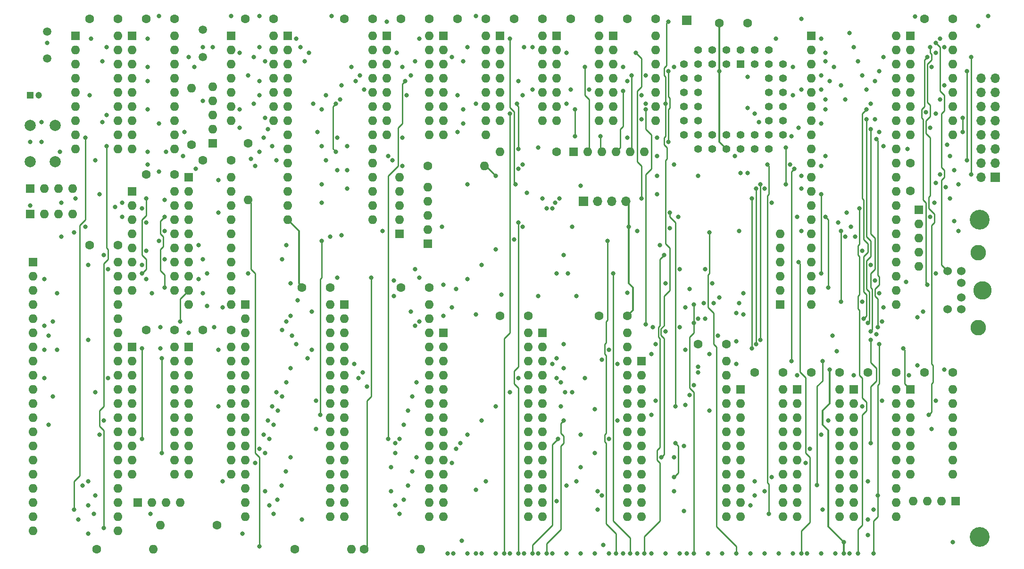
<source format=gbr>
G04 #@! TF.GenerationSoftware,KiCad,Pcbnew,(5.1.8)-1*
G04 #@! TF.CreationDate,2024-06-24T11:55:26-06:00*
G04 #@! TF.ProjectId,8088 PCB,38303838-2050-4434-922e-6b696361645f,rev?*
G04 #@! TF.SameCoordinates,Original*
G04 #@! TF.FileFunction,Copper,L3,Inr*
G04 #@! TF.FilePolarity,Positive*
%FSLAX46Y46*%
G04 Gerber Fmt 4.6, Leading zero omitted, Abs format (unit mm)*
G04 Created by KiCad (PCBNEW (5.1.8)-1) date 2024-06-24 11:55:26*
%MOMM*%
%LPD*%
G01*
G04 APERTURE LIST*
G04 #@! TA.AperFunction,ComponentPad*
%ADD10C,3.556000*%
G04 #@! TD*
G04 #@! TA.AperFunction,ComponentPad*
%ADD11R,1.700000X1.700000*%
G04 #@! TD*
G04 #@! TA.AperFunction,ComponentPad*
%ADD12O,1.600000X1.600000*%
G04 #@! TD*
G04 #@! TA.AperFunction,ComponentPad*
%ADD13C,1.600000*%
G04 #@! TD*
G04 #@! TA.AperFunction,ComponentPad*
%ADD14R,1.600000X1.600000*%
G04 #@! TD*
G04 #@! TA.AperFunction,ComponentPad*
%ADD15O,1.700000X1.700000*%
G04 #@! TD*
G04 #@! TA.AperFunction,ComponentPad*
%ADD16C,1.500000*%
G04 #@! TD*
G04 #@! TA.AperFunction,ComponentPad*
%ADD17C,1.422400*%
G04 #@! TD*
G04 #@! TA.AperFunction,ComponentPad*
%ADD18R,1.422400X1.422400*%
G04 #@! TD*
G04 #@! TA.AperFunction,ComponentPad*
%ADD19C,2.000000*%
G04 #@! TD*
G04 #@! TA.AperFunction,ComponentPad*
%ADD20C,1.200000*%
G04 #@! TD*
G04 #@! TA.AperFunction,ComponentPad*
%ADD21R,1.200000X1.200000*%
G04 #@! TD*
G04 #@! TA.AperFunction,ComponentPad*
%ADD22C,2.794000*%
G04 #@! TD*
G04 #@! TA.AperFunction,ComponentPad*
%ADD23C,3.302000*%
G04 #@! TD*
G04 #@! TA.AperFunction,ComponentPad*
%ADD24C,1.524000*%
G04 #@! TD*
G04 #@! TA.AperFunction,ViaPad*
%ADD25C,0.800000*%
G04 #@! TD*
G04 #@! TA.AperFunction,Conductor*
%ADD26C,0.250000*%
G04 #@! TD*
G04 #@! TA.AperFunction,Conductor*
%ADD27C,0.330200*%
G04 #@! TD*
G04 APERTURE END LIST*
D10*
G04 #@! TO.N,N/C*
G04 #@! TO.C,R*
X230886000Y-76200000D03*
G04 #@! TD*
D11*
G04 #@! TO.N,/IRQ1*
G04 #@! TO.C,J5*
X178308000Y-40386000D03*
G04 #@! TD*
D12*
G04 #@! TO.N,/DEN*
G04 #@! TO.C,R15*
X83820000Y-131064000D03*
D13*
G04 #@! TO.N,/5+*
X93980000Y-131064000D03*
G04 #@! TD*
D12*
G04 #@! TO.N,/AEN*
G04 #@! TO.C,R17*
X195072000Y-78740000D03*
G04 #@! TO.N,/DRQ3*
X195072000Y-81280000D03*
G04 #@! TO.N,/DRQ2*
X195072000Y-83820000D03*
G04 #@! TO.N,/DRQ1*
X195072000Y-86360000D03*
G04 #@! TO.N,/DRQ0_*
X195072000Y-88900000D03*
D14*
G04 #@! TO.N,/GND*
X195072000Y-91440000D03*
G04 #@! TD*
D12*
G04 #@! TO.N,/760_WR*
G04 #@! TO.C,R12*
X170688000Y-64008000D03*
G04 #@! TO.N,/CH_CK_*
X168148000Y-64008000D03*
G04 #@! TO.N,/EOP*
X165608000Y-64008000D03*
G04 #@! TO.N,/CS_61_RD*
X163068000Y-64008000D03*
G04 #@! TO.N,/CS_61_WR*
X160528000Y-64008000D03*
D14*
G04 #@! TO.N,/5+*
X157988000Y-64008000D03*
G04 #@! TD*
D12*
G04 #@! TO.N,/00_CS*
G04 #@! TO.C,R8*
X131826000Y-70358000D03*
G04 #@! TO.N,/20_CS*
X131826000Y-72898000D03*
G04 #@! TO.N,/40_CS*
X131826000Y-75438000D03*
G04 #@! TO.N,/RDY1*
X131826000Y-77978000D03*
D14*
G04 #@! TO.N,/5+*
X131826000Y-80518000D03*
G04 #@! TD*
D12*
G04 #@! TO.N,/E0_CS*
G04 #@! TO.C,R10*
X126746000Y-68580000D03*
G04 #@! TO.N,/80_CS*
X126746000Y-71120000D03*
G04 #@! TO.N,/61_CS*
X126746000Y-73660000D03*
G04 #@! TO.N,/60_CS*
X126746000Y-76200000D03*
D14*
G04 #@! TO.N,/5+*
X126746000Y-78740000D03*
G04 #@! TD*
D15*
G04 #@! TO.N,/GND*
G04 #@! TO.C,J4*
X231140000Y-50800000D03*
G04 #@! TO.N,/D0*
X233680000Y-50800000D03*
G04 #@! TO.N,/GND*
X231140000Y-53340000D03*
G04 #@! TO.N,/D1*
X233680000Y-53340000D03*
G04 #@! TO.N,/5+*
X231140000Y-55880000D03*
G04 #@! TO.N,/D2*
X233680000Y-55880000D03*
G04 #@! TO.N,Net-(J4-Pad10)*
X231140000Y-58420000D03*
G04 #@! TO.N,/D3*
X233680000Y-58420000D03*
G04 #@! TO.N,/A2*
X231140000Y-60960000D03*
G04 #@! TO.N,/D4*
X233680000Y-60960000D03*
G04 #@! TO.N,/E0_CS*
X231140000Y-63500000D03*
G04 #@! TO.N,/D5*
X233680000Y-63500000D03*
G04 #@! TO.N,/IORD*
X231140000Y-66040000D03*
G04 #@! TO.N,/D6*
X233680000Y-66040000D03*
G04 #@! TO.N,/IOWR*
X231140000Y-68580000D03*
D11*
G04 #@! TO.N,/D7*
X233680000Y-68580000D03*
G04 #@! TD*
D12*
G04 #@! TO.N,/DACK1*
G04 #@! TO.C,R16*
X219964000Y-84582000D03*
G04 #@! TO.N,/REFRQ*
X219964000Y-82042000D03*
G04 #@! TO.N,/DACK3*
X219964000Y-79502000D03*
G04 #@! TO.N,/DACK2*
X219964000Y-76962000D03*
D14*
G04 #@! TO.N,/5+*
X219964000Y-74422000D03*
G04 #@! TD*
D12*
G04 #@! TO.N,Net-(R14-Pad4)*
G04 #@! TO.C,R14*
X87376000Y-127000000D03*
G04 #@! TO.N,/NMI*
X84836000Y-127000000D03*
G04 #@! TO.N,/HOLD*
X82296000Y-127000000D03*
D14*
G04 #@! TO.N,/GND*
X79756000Y-127000000D03*
G04 #@! TD*
D12*
G04 #@! TO.N,/IORD*
G04 #@! TO.C,R2*
X68072000Y-70612000D03*
G04 #@! TO.N,/PU1*
X65532000Y-70612000D03*
G04 #@! TO.N,/RESET*
X62992000Y-70612000D03*
D14*
G04 #@! TO.N,/5+*
X60452000Y-70612000D03*
G04 #@! TD*
D12*
G04 #@! TO.N,/IOWR*
G04 #@! TO.C,R1*
X68072000Y-75184000D03*
G04 #@! TO.N,/MRD*
X65532000Y-75184000D03*
G04 #@! TO.N,/MWR*
X62992000Y-75184000D03*
D14*
G04 #@! TO.N,/5+*
X60452000Y-75184000D03*
G04 #@! TD*
D12*
G04 #@! TO.N,/X1*
G04 #@! TO.C,R18*
X93218000Y-52324000D03*
G04 #@! TO.N,/X2*
X93218000Y-54864000D03*
G04 #@! TO.N,/X1A*
X93218000Y-57404000D03*
G04 #@! TO.N,/X2A*
X93218000Y-59944000D03*
D14*
G04 #@! TO.N,/GND*
X93218000Y-62484000D03*
G04 #@! TD*
D12*
G04 #@! TO.N,/SPK_PIN*
G04 #@! TO.C,R13*
X144780000Y-64008000D03*
D13*
G04 #@! TO.N,/SPK_PIN_O*
X154940000Y-64008000D03*
G04 #@! TD*
D12*
G04 #@! TO.N,/CLK88_1*
G04 #@! TO.C,R11*
X141986000Y-66548000D03*
D13*
G04 #@! TO.N,/CLK*
X131826000Y-66548000D03*
G04 #@! TD*
D12*
G04 #@! TO.N,/CLK1*
G04 #@! TO.C,R9*
X82550000Y-135382000D03*
D13*
G04 #@! TO.N,/CLK_88*
X72390000Y-135382000D03*
G04 #@! TD*
D12*
G04 #@! TO.N,/CH_CK*
G04 #@! TO.C,R7*
X218948000Y-126746000D03*
G04 #@! TO.N,/T1*
X221488000Y-126746000D03*
G04 #@! TO.N,/T0*
X224028000Y-126746000D03*
D14*
G04 #@! TO.N,/5+*
X226568000Y-126746000D03*
G04 #@! TD*
D12*
G04 #@! TO.N,/OSC88*
G04 #@! TO.C,R6*
X118110000Y-135382000D03*
D13*
G04 #@! TO.N,/OSC*
X107950000Y-135382000D03*
G04 #@! TD*
D12*
G04 #@! TO.N,/OSC*
G04 #@! TO.C,R5*
X99568000Y-72644000D03*
D13*
G04 #@! TO.N,/OSC88HF*
X99568000Y-62484000D03*
G04 #@! TD*
D12*
G04 #@! TO.N,/PCLK*
G04 #@! TO.C,R4*
X89408000Y-52578000D03*
D13*
G04 #@! TO.N,/PCLK88*
X89408000Y-62738000D03*
G04 #@! TD*
D12*
G04 #@! TO.N,/CLK88*
G04 #@! TO.C,R3*
X130556000Y-135382000D03*
D13*
G04 #@! TO.N,/CLK*
X120396000Y-135382000D03*
G04 #@! TD*
D15*
G04 #@! TO.N,/5+*
G04 #@! TO.C,J3*
X167386000Y-72898000D03*
G04 #@! TO.N,/GND*
X164846000Y-72898000D03*
G04 #@! TO.N,Net-(J3-Pad2)*
X162306000Y-72898000D03*
D11*
G04 #@! TO.N,/SPK_PIN_O*
X159766000Y-72898000D03*
G04 #@! TD*
D13*
G04 #@! TO.N,/GND*
G04 #@! TO.C,C26*
X157560000Y-40132000D03*
G04 #@! TO.N,/5+*
X162560000Y-40132000D03*
G04 #@! TD*
G04 #@! TO.N,/GND*
G04 #@! TO.C,C25*
X147400000Y-40132000D03*
G04 #@! TO.N,/5+*
X152400000Y-40132000D03*
G04 #@! TD*
G04 #@! TO.N,/GND*
G04 #@! TO.C,C24*
X200740000Y-103632000D03*
G04 #@! TO.N,/5+*
X205740000Y-103632000D03*
G04 #@! TD*
G04 #@! TO.N,/GND*
G04 #@! TO.C,C23*
X210900000Y-103632000D03*
G04 #@! TO.N,/5+*
X215900000Y-103632000D03*
G04 #@! TD*
G04 #@! TO.N,/GND*
G04 #@! TO.C,C22*
X71200000Y-40132000D03*
G04 #@! TO.N,/5+*
X76200000Y-40132000D03*
G04 #@! TD*
G04 #@! TO.N,/GND*
G04 #@! TO.C,C21*
X167720000Y-40132000D03*
G04 #@! TO.N,/5+*
X172720000Y-40132000D03*
G04 #@! TD*
G04 #@! TO.N,/GND*
G04 #@! TO.C,C20*
X221060000Y-103632000D03*
G04 #@! TO.N,/5+*
X226060000Y-103632000D03*
G04 #@! TD*
G04 #@! TO.N,/GND*
G04 #@! TO.C,C19*
X184230000Y-40894000D03*
G04 #@! TO.N,/5+*
X189230000Y-40894000D03*
G04 #@! TD*
G04 #@! TO.N,/GND*
G04 #@! TO.C,C18*
X99140000Y-40132000D03*
G04 #@! TO.N,/5+*
X104140000Y-40132000D03*
G04 #@! TD*
G04 #@! TO.N,/GND*
G04 #@! TO.C,C17*
X81360000Y-40132000D03*
G04 #@! TO.N,/5+*
X86360000Y-40132000D03*
G04 #@! TD*
G04 #@! TO.N,/GND*
G04 #@! TO.C,C16*
X137240000Y-40132000D03*
G04 #@! TO.N,/5+*
X142240000Y-40132000D03*
G04 #@! TD*
G04 #@! TO.N,/GND*
G04 #@! TO.C,C15*
X144860000Y-93472000D03*
G04 #@! TO.N,/5+*
X149860000Y-93472000D03*
G04 #@! TD*
G04 #@! TO.N,/GND*
G04 #@! TO.C,C14*
X127080000Y-88392000D03*
G04 #@! TO.N,/5+*
X132080000Y-88392000D03*
G04 #@! TD*
G04 #@! TO.N,/GND*
G04 #@! TO.C,C13*
X109300000Y-88392000D03*
G04 #@! TO.N,/5+*
X114300000Y-88392000D03*
G04 #@! TD*
G04 #@! TO.N,/GND*
G04 #@! TO.C,C12*
X127080000Y-40132000D03*
G04 #@! TO.N,/5+*
X132080000Y-40132000D03*
G04 #@! TD*
G04 #@! TO.N,/GND*
G04 #@! TO.C,C11*
X190580000Y-103632000D03*
G04 #@! TO.N,/5+*
X195580000Y-103632000D03*
G04 #@! TD*
G04 #@! TO.N,/GND*
G04 #@! TO.C,C10*
X218440000Y-71040000D03*
G04 #@! TO.N,/5+*
X218440000Y-66040000D03*
G04 #@! TD*
G04 #@! TO.N,/GND*
G04 #@! TO.C,C9*
X116920000Y-40132000D03*
G04 #@! TO.N,/5+*
X121920000Y-40132000D03*
G04 #@! TD*
G04 #@! TO.N,/GND*
G04 #@! TO.C,C8*
X81360000Y-68072000D03*
G04 #@! TO.N,/5+*
X86360000Y-68072000D03*
G04 #@! TD*
G04 #@! TO.N,/GND*
G04 #@! TO.C,C7*
X221060000Y-40132000D03*
G04 #@! TO.N,/5+*
X226060000Y-40132000D03*
G04 #@! TD*
G04 #@! TO.N,/GND*
G04 #@! TO.C,C6*
X162640000Y-93472000D03*
G04 #@! TO.N,/5+*
X167640000Y-93472000D03*
G04 #@! TD*
G04 #@! TO.N,/GND*
G04 #@! TO.C,C5*
X180420000Y-98552000D03*
G04 #@! TO.N,/5+*
X185420000Y-98552000D03*
G04 #@! TD*
G04 #@! TO.N,/GND*
G04 #@! TO.C,C4*
X81360000Y-96012000D03*
G04 #@! TO.N,/5+*
X86360000Y-96012000D03*
G04 #@! TD*
G04 #@! TO.N,/GND*
G04 #@! TO.C,C3*
X91520000Y-65532000D03*
G04 #@! TO.N,/5+*
X96520000Y-65532000D03*
G04 #@! TD*
G04 #@! TO.N,/GND*
G04 #@! TO.C,C2*
X91520000Y-96012000D03*
G04 #@! TO.N,/5+*
X96520000Y-96012000D03*
G04 #@! TD*
G04 #@! TO.N,/GND*
G04 #@! TO.C,C1*
X71200000Y-80772000D03*
G04 #@! TO.N,/5+*
X76200000Y-80772000D03*
G04 #@! TD*
D16*
G04 #@! TO.N,/X1A*
G04 #@! TO.C,Y2*
X63500000Y-42418000D03*
G04 #@! TO.N,/X2A*
X63500000Y-47318000D03*
G04 #@! TD*
G04 #@! TO.N,/X1*
G04 #@! TO.C,Y1*
X91440000Y-42090000D03*
G04 #@! TO.N,/X2*
X91440000Y-46990000D03*
G04 #@! TD*
D12*
G04 #@! TO.N,/5+*
G04 #@! TO.C,U26*
X162560000Y-43180000D03*
G04 #@! TO.N,/GND*
X154940000Y-58420000D03*
G04 #@! TO.N,N/C*
X162560000Y-45720000D03*
G04 #@! TO.N,/CS_61_RD*
X154940000Y-55880000D03*
G04 #@! TO.N,N/C*
X162560000Y-48260000D03*
G04 #@! TO.N,/IORD*
X154940000Y-53340000D03*
G04 #@! TO.N,N/C*
X162560000Y-50800000D03*
G04 #@! TO.N,/61_CS*
X154940000Y-50800000D03*
G04 #@! TO.N,/80_CS*
X162560000Y-53340000D03*
G04 #@! TO.N,/CS_61_WR*
X154940000Y-48260000D03*
G04 #@! TO.N,/IOWR*
X162560000Y-55880000D03*
X154940000Y-45720000D03*
G04 #@! TO.N,/760_WR*
X162560000Y-58420000D03*
D14*
G04 #@! TO.N,/61_CS*
X154940000Y-43180000D03*
G04 #@! TD*
D12*
G04 #@! TO.N,/5+*
G04 #@! TO.C,U25*
X152400000Y-43180000D03*
G04 #@! TO.N,/GND*
X144780000Y-58420000D03*
G04 #@! TO.N,N/C*
X152400000Y-45720000D03*
G04 #@! TO.N,/SPK_PIN*
X144780000Y-55880000D03*
G04 #@! TO.N,N/C*
X152400000Y-48260000D03*
G04 #@! TO.N,/SPK_OUT*
X144780000Y-53340000D03*
G04 #@! TO.N,N/C*
X152400000Y-50800000D03*
G04 #@! TO.N,/SPK_EN*
X144780000Y-50800000D03*
G04 #@! TO.N,N/C*
X152400000Y-53340000D03*
G04 #@! TO.N,/CH_CK_*
X144780000Y-48260000D03*
G04 #@! TO.N,N/C*
X152400000Y-55880000D03*
G04 #@! TO.N,/CH_CK*
X144780000Y-45720000D03*
G04 #@! TO.N,N/C*
X152400000Y-58420000D03*
D14*
G04 #@! TO.N,/NMI_EN*
X144780000Y-43180000D03*
G04 #@! TD*
D12*
G04 #@! TO.N,/5+*
G04 #@! TO.C,U24*
X205740000Y-106680000D03*
G04 #@! TO.N,/GND*
X198120000Y-129540000D03*
G04 #@! TO.N,/PORT_61_7*
X205740000Y-109220000D03*
G04 #@! TO.N,/D0*
X198120000Y-127000000D03*
G04 #@! TO.N,/PORT_61_6*
X205740000Y-111760000D03*
G04 #@! TO.N,/D1*
X198120000Y-124460000D03*
G04 #@! TO.N,/NMI_EN*
X205740000Y-114300000D03*
G04 #@! TO.N,/D2*
X198120000Y-121920000D03*
G04 #@! TO.N,/PORT_61_4*
X205740000Y-116840000D03*
G04 #@! TO.N,/D3*
X198120000Y-119380000D03*
G04 #@! TO.N,/PORT_61_3*
X205740000Y-119380000D03*
G04 #@! TO.N,/D4*
X198120000Y-116840000D03*
G04 #@! TO.N,/PORT_61_2*
X205740000Y-121920000D03*
G04 #@! TO.N,/D5*
X198120000Y-114300000D03*
G04 #@! TO.N,/SPK_EN*
X205740000Y-124460000D03*
G04 #@! TO.N,/D6*
X198120000Y-111760000D03*
G04 #@! TO.N,/SPK_GO*
X205740000Y-127000000D03*
G04 #@! TO.N,/D7*
X198120000Y-109220000D03*
G04 #@! TO.N,/CS_61_WR_*
X205740000Y-129540000D03*
D14*
G04 #@! TO.N,/GND*
X198120000Y-106680000D03*
G04 #@! TD*
D12*
G04 #@! TO.N,/5+*
G04 #@! TO.C,U23*
X215900000Y-106680000D03*
G04 #@! TO.N,/GND*
X208280000Y-129540000D03*
G04 #@! TO.N,/CS_61_RD*
X215900000Y-109220000D03*
G04 #@! TO.N,/D0*
X208280000Y-127000000D03*
G04 #@! TO.N,/PORT_61_7*
X215900000Y-111760000D03*
G04 #@! TO.N,/D1*
X208280000Y-124460000D03*
G04 #@! TO.N,/PORT_61_6*
X215900000Y-114300000D03*
G04 #@! TO.N,/D2*
X208280000Y-121920000D03*
G04 #@! TO.N,/NMI_EN*
X215900000Y-116840000D03*
G04 #@! TO.N,/D3*
X208280000Y-119380000D03*
G04 #@! TO.N,/PORT_61_4*
X215900000Y-119380000D03*
G04 #@! TO.N,/D4*
X208280000Y-116840000D03*
G04 #@! TO.N,/PORT_61_3*
X215900000Y-121920000D03*
G04 #@! TO.N,/D5*
X208280000Y-114300000D03*
G04 #@! TO.N,/PORT_61_2*
X215900000Y-124460000D03*
G04 #@! TO.N,/D6*
X208280000Y-111760000D03*
G04 #@! TO.N,/SPK_EN*
X215900000Y-127000000D03*
G04 #@! TO.N,/D7*
X208280000Y-109220000D03*
G04 #@! TO.N,/SPK_GO*
X215900000Y-129540000D03*
D14*
G04 #@! TO.N,/GND*
X208280000Y-106680000D03*
G04 #@! TD*
D12*
G04 #@! TO.N,/5+*
G04 #@! TO.C,U22*
X76200000Y-43180000D03*
G04 #@! TO.N,/GND*
X68580000Y-63500000D03*
G04 #@! TO.N,/X1A*
X76200000Y-45720000D03*
G04 #@! TO.N,/CLK1*
X68580000Y-60960000D03*
G04 #@! TO.N,/X2A*
X76200000Y-48260000D03*
G04 #@! TO.N,/5+*
X68580000Y-58420000D03*
G04 #@! TO.N,/GND*
X76200000Y-50800000D03*
X68580000Y-55880000D03*
G04 #@! TO.N,Net-(U22-Pad14)*
X76200000Y-53340000D03*
G04 #@! TO.N,/READY1*
X68580000Y-53340000D03*
G04 #@! TO.N,/GND*
X76200000Y-55880000D03*
G04 #@! TO.N,/RDY1*
X68580000Y-50800000D03*
G04 #@! TO.N,Net-(U22-Pad12)*
X76200000Y-58420000D03*
G04 #@! TO.N,/GND*
X68580000Y-48260000D03*
G04 #@! TO.N,/RESET*
X76200000Y-60960000D03*
G04 #@! TO.N,Net-(U22-Pad2)*
X68580000Y-45720000D03*
G04 #@! TO.N,/RESET1*
X76200000Y-63500000D03*
D14*
G04 #@! TO.N,/GND*
X68580000Y-43180000D03*
G04 #@! TD*
D12*
G04 #@! TO.N,/5+*
G04 #@! TO.C,U21*
X172720000Y-43180000D03*
G04 #@! TO.N,/GND*
X165100000Y-58420000D03*
G04 #@! TO.N,/IOM*
X172720000Y-45720000D03*
G04 #@! TO.N,/TC*
X165100000Y-55880000D03*
G04 #@! TO.N,/IOM_*
X172720000Y-48260000D03*
G04 #@! TO.N,/EOP*
X165100000Y-53340000D03*
G04 #@! TO.N,/CH_CK_*
X172720000Y-50800000D03*
G04 #@! TO.N,/AEN_OE*
X165100000Y-50800000D03*
G04 #@! TO.N,/NMI*
X172720000Y-53340000D03*
G04 #@! TO.N,/AEN*
X165100000Y-48260000D03*
G04 #@! TO.N,/CS_61_WR*
X172720000Y-55880000D03*
G04 #@! TO.N,/KBD_CLK_INVERTED*
X165100000Y-45720000D03*
G04 #@! TO.N,/CS_61_WR_*
X172720000Y-58420000D03*
D14*
G04 #@! TO.N,/KBD_CLK*
X165100000Y-43180000D03*
G04 #@! TD*
D12*
G04 #@! TO.N,/5+*
G04 #@! TO.C,U20*
X226060000Y-106680000D03*
G04 #@! TO.N,/GND*
X218440000Y-121920000D03*
G04 #@! TO.N,N/C*
X226060000Y-109220000D03*
X218440000Y-119380000D03*
X226060000Y-111760000D03*
X218440000Y-116840000D03*
X226060000Y-114300000D03*
G04 #@! TO.N,/T1*
X218440000Y-114300000D03*
G04 #@! TO.N,N/C*
X226060000Y-116840000D03*
G04 #@! TO.N,/KBD_DATA*
X218440000Y-111760000D03*
G04 #@! TO.N,N/C*
X226060000Y-119380000D03*
G04 #@! TO.N,/T0*
X218440000Y-109220000D03*
G04 #@! TO.N,N/C*
X226060000Y-121920000D03*
D14*
G04 #@! TO.N,/KBD_CLK_INVERTED*
X218440000Y-106680000D03*
G04 #@! TD*
D17*
G04 #@! TO.N,/IRQ1*
G04 #@! TO.C,U19*
X195580000Y-48260000D03*
G04 #@! TO.N,Net-(U19-Pad37)*
X195580000Y-50800000D03*
G04 #@! TO.N,Net-(U19-Pad35)*
X195580000Y-53340000D03*
G04 #@! TO.N,Net-(U19-Pad33)*
X195580000Y-55880000D03*
G04 #@! TO.N,Net-(U19-Pad31)*
X195580000Y-58420000D03*
G04 #@! TO.N,Net-(U19-Pad40)*
X193040000Y-45720000D03*
G04 #@! TO.N,/5+*
X193040000Y-50800000D03*
G04 #@! TO.N,Net-(U19-Pad36)*
X193040000Y-53340000D03*
G04 #@! TO.N,Net-(U19-Pad34)*
X193040000Y-55880000D03*
G04 #@! TO.N,Net-(U19-Pad32)*
X193040000Y-58420000D03*
G04 #@! TO.N,Net-(U19-Pad30)*
X193040000Y-60960000D03*
G04 #@! TO.N,Net-(U19-Pad28)*
X193040000Y-63500000D03*
G04 #@! TO.N,Net-(U19-Pad26)*
X190500000Y-63500000D03*
G04 #@! TO.N,Net-(U19-Pad24)*
X187960000Y-63500000D03*
G04 #@! TO.N,/GND*
X185420000Y-63500000D03*
G04 #@! TO.N,/D6*
X182880000Y-63500000D03*
G04 #@! TO.N,/D4*
X180340000Y-63500000D03*
G04 #@! TO.N,Net-(U19-Pad29)*
X195580000Y-60960000D03*
G04 #@! TO.N,Net-(U19-Pad27)*
X190500000Y-60960000D03*
G04 #@! TO.N,Net-(U19-Pad25)*
X187960000Y-60960000D03*
G04 #@! TO.N,Net-(U19-Pad23)*
X185420000Y-60960000D03*
G04 #@! TO.N,/D7*
X182880000Y-60960000D03*
G04 #@! TO.N,/D5*
X180340000Y-60960000D03*
G04 #@! TO.N,/D3*
X177800000Y-60960000D03*
G04 #@! TO.N,/D1*
X177800000Y-58420000D03*
G04 #@! TO.N,Net-(U19-Pad13)*
X177800000Y-55880000D03*
G04 #@! TO.N,/IOWR*
X177800000Y-53340000D03*
G04 #@! TO.N,/IORD*
X177800000Y-50800000D03*
G04 #@! TO.N,/60_CS*
X177800000Y-48260000D03*
G04 #@! TO.N,/D2*
X180340000Y-58420000D03*
G04 #@! TO.N,/D0*
X180340000Y-55880000D03*
G04 #@! TO.N,Net-(U19-Pad12)*
X180340000Y-53340000D03*
G04 #@! TO.N,/A2*
X180340000Y-50800000D03*
G04 #@! TO.N,/GND*
X180340000Y-48260000D03*
G04 #@! TO.N,/KBD_DATA*
X190500000Y-45720000D03*
G04 #@! TO.N,/5+*
X187960000Y-45720000D03*
G04 #@! TO.N,Net-(U19-Pad6)*
X180340000Y-45720000D03*
G04 #@! TO.N,Net-(U19-Pad4)*
X182880000Y-45720000D03*
G04 #@! TO.N,/T0*
X185420000Y-45720000D03*
G04 #@! TO.N,/KBD_CLK*
X193040000Y-48260000D03*
G04 #@! TO.N,/T1*
X190500000Y-48260000D03*
G04 #@! TO.N,/RESET*
X182880000Y-48260000D03*
G04 #@! TO.N,/HF_OSC*
X185420000Y-48260000D03*
D18*
G04 #@! TO.N,Net-(U19-Pad1)*
X187960000Y-48260000D03*
G04 #@! TD*
D12*
G04 #@! TO.N,/5+*
G04 #@! TO.C,U18*
X104140000Y-43180000D03*
G04 #@! TO.N,/GND*
X96520000Y-58420000D03*
G04 #@! TO.N,/5+*
X104140000Y-45720000D03*
G04 #@! TO.N,/FB2*
X96520000Y-55880000D03*
G04 #@! TO.N,/FB1*
X104140000Y-48260000D03*
G04 #@! TO.N,/HF_PCLK*
X96520000Y-53340000D03*
G04 #@! TO.N,/OSC88HF*
X104140000Y-50800000D03*
G04 #@! TO.N,/5+*
X96520000Y-50800000D03*
X104140000Y-53340000D03*
G04 #@! TO.N,/PCLK88*
X96520000Y-48260000D03*
G04 #@! TO.N,/HF_OSC*
X104140000Y-55880000D03*
G04 #@! TO.N,/FB2*
X96520000Y-45720000D03*
G04 #@! TO.N,/FB1*
X104140000Y-58420000D03*
D14*
G04 #@! TO.N,/5+*
X96520000Y-43180000D03*
G04 #@! TD*
D12*
G04 #@! TO.N,/5+*
G04 #@! TO.C,U17*
X86360000Y-43180000D03*
G04 #@! TO.N,/GND*
X78740000Y-63500000D03*
G04 #@! TO.N,/X1*
X86360000Y-45720000D03*
G04 #@! TO.N,/CLK*
X78740000Y-60960000D03*
G04 #@! TO.N,/X2*
X86360000Y-48260000D03*
G04 #@! TO.N,/5+*
X78740000Y-58420000D03*
G04 #@! TO.N,/GND*
X86360000Y-50800000D03*
X78740000Y-55880000D03*
G04 #@! TO.N,Net-(U17-Pad14)*
X86360000Y-53340000D03*
G04 #@! TO.N,/READY*
X78740000Y-53340000D03*
G04 #@! TO.N,/GND*
X86360000Y-55880000D03*
G04 #@! TO.N,/RDY1*
X78740000Y-50800000D03*
G04 #@! TO.N,/OSC*
X86360000Y-58420000D03*
G04 #@! TO.N,/GND*
X78740000Y-48260000D03*
G04 #@! TO.N,/RESET*
X86360000Y-60960000D03*
G04 #@! TO.N,/PCLK*
X78740000Y-45720000D03*
G04 #@! TO.N,/RESOUT*
X86360000Y-63500000D03*
D14*
G04 #@! TO.N,/GND*
X78740000Y-43180000D03*
G04 #@! TD*
D12*
G04 #@! TO.N,/5+*
G04 #@! TO.C,U16*
X142240000Y-43180000D03*
G04 #@! TO.N,/GND*
X134620000Y-60960000D03*
G04 #@! TO.N,Net-(U16-Pad15)*
X142240000Y-45720000D03*
G04 #@! TO.N,/CS_ROM*
X134620000Y-58420000D03*
G04 #@! TO.N,Net-(U16-Pad14)*
X142240000Y-48260000D03*
G04 #@! TO.N,/5+*
X134620000Y-55880000D03*
G04 #@! TO.N,Net-(U16-Pad13)*
X142240000Y-50800000D03*
G04 #@! TO.N,/GND*
X134620000Y-53340000D03*
G04 #@! TO.N,Net-(U16-Pad12)*
X142240000Y-53340000D03*
G04 #@! TO.N,/UPPER_512K*
X134620000Y-50800000D03*
G04 #@! TO.N,Net-(U16-Pad11)*
X142240000Y-55880000D03*
G04 #@! TO.N,/A18*
X134620000Y-48260000D03*
G04 #@! TO.N,Net-(U16-Pad10)*
X142240000Y-58420000D03*
G04 #@! TO.N,/A17*
X134620000Y-45720000D03*
G04 #@! TO.N,Net-(U16-Pad9)*
X142240000Y-60960000D03*
D14*
G04 #@! TO.N,/A16*
X134620000Y-43180000D03*
G04 #@! TD*
D12*
G04 #@! TO.N,/5+*
G04 #@! TO.C,U15*
X149860000Y-96520000D03*
G04 #@! TO.N,/GND*
X134620000Y-129540000D03*
G04 #@! TO.N,/A14*
X149860000Y-99060000D03*
G04 #@! TO.N,/D2*
X134620000Y-127000000D03*
G04 #@! TO.N,/A13*
X149860000Y-101600000D03*
G04 #@! TO.N,/D1*
X134620000Y-124460000D03*
G04 #@! TO.N,/A8*
X149860000Y-104140000D03*
G04 #@! TO.N,/D0*
X134620000Y-121920000D03*
G04 #@! TO.N,/A9*
X149860000Y-106680000D03*
G04 #@! TO.N,/A0*
X134620000Y-119380000D03*
G04 #@! TO.N,/A11*
X149860000Y-109220000D03*
G04 #@! TO.N,/A1*
X134620000Y-116840000D03*
G04 #@! TO.N,/MRD*
X149860000Y-111760000D03*
G04 #@! TO.N,/A2*
X134620000Y-114300000D03*
G04 #@! TO.N,/A10*
X149860000Y-114300000D03*
G04 #@! TO.N,/A3*
X134620000Y-111760000D03*
G04 #@! TO.N,/CS_ROM*
X149860000Y-116840000D03*
G04 #@! TO.N,/A4*
X134620000Y-109220000D03*
G04 #@! TO.N,/D7*
X149860000Y-119380000D03*
G04 #@! TO.N,/A5*
X134620000Y-106680000D03*
G04 #@! TO.N,/D6*
X149860000Y-121920000D03*
G04 #@! TO.N,/A6*
X134620000Y-104140000D03*
G04 #@! TO.N,/D5*
X149860000Y-124460000D03*
G04 #@! TO.N,/A7*
X134620000Y-101600000D03*
G04 #@! TO.N,/D4*
X149860000Y-127000000D03*
G04 #@! TO.N,/A12*
X134620000Y-99060000D03*
G04 #@! TO.N,/D3*
X149860000Y-129540000D03*
D14*
G04 #@! TO.N,/A15*
X134620000Y-96520000D03*
G04 #@! TD*
D12*
G04 #@! TO.N,/5+*
G04 #@! TO.C,U14*
X132080000Y-91440000D03*
G04 #@! TO.N,/GND*
X116840000Y-129540000D03*
G04 #@! TO.N,/A15*
X132080000Y-93980000D03*
G04 #@! TO.N,/D2*
X116840000Y-127000000D03*
G04 #@! TO.N,/5+*
X132080000Y-96520000D03*
G04 #@! TO.N,/D1*
X116840000Y-124460000D03*
G04 #@! TO.N,/MWR*
X132080000Y-99060000D03*
G04 #@! TO.N,/D0*
X116840000Y-121920000D03*
G04 #@! TO.N,/A13*
X132080000Y-101600000D03*
G04 #@! TO.N,/A0*
X116840000Y-119380000D03*
G04 #@! TO.N,/A8*
X132080000Y-104140000D03*
G04 #@! TO.N,/A1*
X116840000Y-116840000D03*
G04 #@! TO.N,/A9*
X132080000Y-106680000D03*
G04 #@! TO.N,/A2*
X116840000Y-114300000D03*
G04 #@! TO.N,/A11*
X132080000Y-109220000D03*
G04 #@! TO.N,/A3*
X116840000Y-111760000D03*
G04 #@! TO.N,/MRD*
X132080000Y-111760000D03*
G04 #@! TO.N,/A4*
X116840000Y-109220000D03*
G04 #@! TO.N,/A10*
X132080000Y-114300000D03*
G04 #@! TO.N,/A5*
X116840000Y-106680000D03*
G04 #@! TO.N,/CS_128K*
X132080000Y-116840000D03*
G04 #@! TO.N,/A6*
X116840000Y-104140000D03*
G04 #@! TO.N,/D7*
X132080000Y-119380000D03*
G04 #@! TO.N,/A7*
X116840000Y-101600000D03*
G04 #@! TO.N,/D6*
X132080000Y-121920000D03*
G04 #@! TO.N,/A12*
X116840000Y-99060000D03*
G04 #@! TO.N,/D5*
X132080000Y-124460000D03*
G04 #@! TO.N,/A14*
X116840000Y-96520000D03*
G04 #@! TO.N,/D4*
X132080000Y-127000000D03*
G04 #@! TO.N,/A16*
X116840000Y-93980000D03*
G04 #@! TO.N,/D3*
X132080000Y-129540000D03*
D14*
G04 #@! TO.N,Net-(U14-Pad1)*
X116840000Y-91440000D03*
G04 #@! TD*
D12*
G04 #@! TO.N,/5+*
G04 #@! TO.C,U13*
X114300000Y-91440000D03*
G04 #@! TO.N,/GND*
X99060000Y-129540000D03*
G04 #@! TO.N,/A15*
X114300000Y-93980000D03*
G04 #@! TO.N,/D2*
X99060000Y-127000000D03*
G04 #@! TO.N,/A17*
X114300000Y-96520000D03*
G04 #@! TO.N,/D1*
X99060000Y-124460000D03*
G04 #@! TO.N,/MWR*
X114300000Y-99060000D03*
G04 #@! TO.N,/D0*
X99060000Y-121920000D03*
G04 #@! TO.N,/A13*
X114300000Y-101600000D03*
G04 #@! TO.N,/A0*
X99060000Y-119380000D03*
G04 #@! TO.N,/A8*
X114300000Y-104140000D03*
G04 #@! TO.N,/A1*
X99060000Y-116840000D03*
G04 #@! TO.N,/A9*
X114300000Y-106680000D03*
G04 #@! TO.N,/A2*
X99060000Y-114300000D03*
G04 #@! TO.N,/A11*
X114300000Y-109220000D03*
G04 #@! TO.N,/A3*
X99060000Y-111760000D03*
G04 #@! TO.N,/MRD*
X114300000Y-111760000D03*
G04 #@! TO.N,/A4*
X99060000Y-109220000D03*
G04 #@! TO.N,/A10*
X114300000Y-114300000D03*
G04 #@! TO.N,/A5*
X99060000Y-106680000D03*
G04 #@! TO.N,/CS_512K*
X114300000Y-116840000D03*
G04 #@! TO.N,/A6*
X99060000Y-104140000D03*
G04 #@! TO.N,/D7*
X114300000Y-119380000D03*
G04 #@! TO.N,/A7*
X99060000Y-101600000D03*
G04 #@! TO.N,/D6*
X114300000Y-121920000D03*
G04 #@! TO.N,/A12*
X99060000Y-99060000D03*
G04 #@! TO.N,/D5*
X114300000Y-124460000D03*
G04 #@! TO.N,/A14*
X99060000Y-96520000D03*
G04 #@! TO.N,/D4*
X114300000Y-127000000D03*
G04 #@! TO.N,/A16*
X99060000Y-93980000D03*
G04 #@! TO.N,/D3*
X114300000Y-129540000D03*
D14*
G04 #@! TO.N,/A18*
X99060000Y-91440000D03*
G04 #@! TD*
D12*
G04 #@! TO.N,/5+*
G04 #@! TO.C,U12*
X132080000Y-43180000D03*
G04 #@! TO.N,/GND*
X124460000Y-60960000D03*
G04 #@! TO.N,/UPPER_512K*
X132080000Y-45720000D03*
G04 #@! TO.N,Net-(U12-Pad7)*
X124460000Y-58420000D03*
G04 #@! TO.N,/A17*
X132080000Y-48260000D03*
G04 #@! TO.N,Net-(U12-Pad6)*
X124460000Y-55880000D03*
G04 #@! TO.N,/A18*
X132080000Y-50800000D03*
G04 #@! TO.N,/UPPER_512K*
X124460000Y-53340000D03*
G04 #@! TO.N,/CS_128K*
X132080000Y-53340000D03*
G04 #@! TO.N,/CS_512K*
X124460000Y-50800000D03*
G04 #@! TO.N,Net-(U12-Pad11)*
X132080000Y-55880000D03*
G04 #@! TO.N,/GND*
X124460000Y-48260000D03*
G04 #@! TO.N,Net-(U12-Pad10)*
X132080000Y-58420000D03*
G04 #@! TO.N,/A19*
X124460000Y-45720000D03*
G04 #@! TO.N,Net-(U12-Pad9)*
X132080000Y-60960000D03*
D14*
G04 #@! TO.N,/GND*
X124460000Y-43180000D03*
G04 #@! TD*
D12*
G04 #@! TO.N,/5+*
G04 #@! TO.C,U11*
X195580000Y-106680000D03*
G04 #@! TO.N,/GND*
X187960000Y-129540000D03*
G04 #@! TO.N,/A15*
X195580000Y-109220000D03*
G04 #@! TO.N,/D0*
X187960000Y-127000000D03*
G04 #@! TO.N,/A14*
X195580000Y-111760000D03*
G04 #@! TO.N,/D1*
X187960000Y-124460000D03*
G04 #@! TO.N,/A13*
X195580000Y-114300000D03*
G04 #@! TO.N,/D2*
X187960000Y-121920000D03*
G04 #@! TO.N,/A12*
X195580000Y-116840000D03*
G04 #@! TO.N,/D3*
X187960000Y-119380000D03*
G04 #@! TO.N,/A11*
X195580000Y-119380000D03*
G04 #@! TO.N,/D4*
X187960000Y-116840000D03*
G04 #@! TO.N,/A10*
X195580000Y-121920000D03*
G04 #@! TO.N,/D5*
X187960000Y-114300000D03*
G04 #@! TO.N,/A9*
X195580000Y-124460000D03*
G04 #@! TO.N,/D6*
X187960000Y-111760000D03*
G04 #@! TO.N,/A8*
X195580000Y-127000000D03*
G04 #@! TO.N,/D7*
X187960000Y-109220000D03*
G04 #@! TO.N,/ADSTB*
X195580000Y-129540000D03*
D14*
G04 #@! TO.N,/AEN_OE*
X187960000Y-106680000D03*
G04 #@! TD*
D12*
G04 #@! TO.N,/A7*
G04 #@! TO.C,U10*
X215900000Y-43180000D03*
G04 #@! TO.N,/GND*
X200660000Y-91440000D03*
G04 #@! TO.N,/A6*
X215900000Y-45720000D03*
G04 #@! TO.N,/DRQ0_*
X200660000Y-88900000D03*
G04 #@! TO.N,/A5*
X215900000Y-48260000D03*
G04 #@! TO.N,/DRQ1*
X200660000Y-86360000D03*
G04 #@! TO.N,/A4*
X215900000Y-50800000D03*
G04 #@! TO.N,/DRQ2*
X200660000Y-83820000D03*
G04 #@! TO.N,/EOP*
X215900000Y-53340000D03*
G04 #@! TO.N,/DRQ3*
X200660000Y-81280000D03*
G04 #@! TO.N,/A3*
X215900000Y-55880000D03*
G04 #@! TO.N,/DACK3*
X200660000Y-78740000D03*
G04 #@! TO.N,/A2*
X215900000Y-58420000D03*
G04 #@! TO.N,/DACK2*
X200660000Y-76200000D03*
G04 #@! TO.N,/A1*
X215900000Y-60960000D03*
G04 #@! TO.N,/RESOUT*
X200660000Y-73660000D03*
G04 #@! TO.N,/A0*
X215900000Y-63500000D03*
G04 #@! TO.N,/CLK88_1*
X200660000Y-71120000D03*
G04 #@! TO.N,/5+*
X215900000Y-66040000D03*
G04 #@! TO.N,/00_CS*
X200660000Y-68580000D03*
G04 #@! TO.N,/D0*
X215900000Y-68580000D03*
G04 #@! TO.N,/HOLD*
X200660000Y-66040000D03*
G04 #@! TO.N,/D1*
X215900000Y-71120000D03*
G04 #@! TO.N,/AEN*
X200660000Y-63500000D03*
G04 #@! TO.N,/D2*
X215900000Y-73660000D03*
G04 #@! TO.N,/ADSTB*
X200660000Y-60960000D03*
G04 #@! TO.N,/D3*
X215900000Y-76200000D03*
G04 #@! TO.N,/HOLDA*
X200660000Y-58420000D03*
G04 #@! TO.N,/D4*
X215900000Y-78740000D03*
G04 #@! TO.N,/READY*
X200660000Y-55880000D03*
G04 #@! TO.N,/REFRQ*
X215900000Y-81280000D03*
G04 #@! TO.N,/5+*
X200660000Y-53340000D03*
G04 #@! TO.N,/DACK1*
X215900000Y-83820000D03*
G04 #@! TO.N,/MWR*
X200660000Y-50800000D03*
G04 #@! TO.N,/D5*
X215900000Y-86360000D03*
G04 #@! TO.N,/MRD*
X200660000Y-48260000D03*
G04 #@! TO.N,/D6*
X215900000Y-88900000D03*
G04 #@! TO.N,/IOWR*
X200660000Y-45720000D03*
G04 #@! TO.N,/D7*
X215900000Y-91440000D03*
D14*
G04 #@! TO.N,/IORD*
X200660000Y-43180000D03*
G04 #@! TD*
D12*
G04 #@! TO.N,/5+*
G04 #@! TO.C,U9*
X121920000Y-43180000D03*
G04 #@! TO.N,/GND*
X106680000Y-76200000D03*
G04 #@! TO.N,/A14*
X121920000Y-45720000D03*
G04 #@! TO.N,/40_CS*
X106680000Y-73660000D03*
G04 #@! TO.N,/A13*
X121920000Y-48260000D03*
G04 #@! TO.N,/20_CS*
X106680000Y-71120000D03*
G04 #@! TO.N,/A8*
X121920000Y-50800000D03*
G04 #@! TO.N,/00_CS*
X106680000Y-68580000D03*
G04 #@! TO.N,/A9*
X121920000Y-53340000D03*
G04 #@! TO.N,/A0*
X106680000Y-66040000D03*
G04 #@! TO.N,/A11*
X121920000Y-55880000D03*
G04 #@! TO.N,/A1*
X106680000Y-63500000D03*
G04 #@! TO.N,/IOM_*
X121920000Y-58420000D03*
G04 #@! TO.N,/A2*
X106680000Y-60960000D03*
G04 #@! TO.N,/A10*
X121920000Y-60960000D03*
G04 #@! TO.N,/A3*
X106680000Y-58420000D03*
G04 #@! TO.N,/HOLDA*
X121920000Y-63500000D03*
G04 #@! TO.N,/A4*
X106680000Y-55880000D03*
G04 #@! TO.N,/E0_CS*
X121920000Y-66040000D03*
G04 #@! TO.N,/A5*
X106680000Y-53340000D03*
G04 #@! TO.N,Net-(U9-Pad18)*
X121920000Y-68580000D03*
G04 #@! TO.N,/A6*
X106680000Y-50800000D03*
G04 #@! TO.N,/80_CS*
X121920000Y-71120000D03*
G04 #@! TO.N,/A7*
X106680000Y-48260000D03*
G04 #@! TO.N,/61_CS*
X121920000Y-73660000D03*
G04 #@! TO.N,/A12*
X106680000Y-45720000D03*
G04 #@! TO.N,/60_CS*
X121920000Y-76200000D03*
D14*
G04 #@! TO.N,/A15*
X106680000Y-43180000D03*
G04 #@! TD*
D12*
G04 #@! TO.N,/5+*
G04 #@! TO.C,U8*
X86360000Y-71120000D03*
G04 #@! TO.N,/GND*
X78740000Y-88900000D03*
G04 #@! TO.N,/HOLDA*
X86360000Y-73660000D03*
G04 #@! TO.N,/IORD*
X78740000Y-86360000D03*
G04 #@! TO.N,/PU1*
X86360000Y-76200000D03*
G04 #@! TO.N,/RD*
X78740000Y-83820000D03*
G04 #@! TO.N,/WR*
X86360000Y-78740000D03*
G04 #@! TO.N,/PU1*
X78740000Y-81280000D03*
G04 #@! TO.N,/IOWR*
X86360000Y-81280000D03*
G04 #@! TO.N,/MRD*
X78740000Y-78740000D03*
G04 #@! TO.N,/WR*
X86360000Y-83820000D03*
G04 #@! TO.N,/PU1*
X78740000Y-76200000D03*
X86360000Y-86360000D03*
G04 #@! TO.N,/RD*
X78740000Y-73660000D03*
G04 #@! TO.N,/MWR*
X86360000Y-88900000D03*
D14*
G04 #@! TO.N,/IOM*
X78740000Y-71120000D03*
G04 #@! TD*
D12*
G04 #@! TO.N,/5+*
G04 #@! TO.C,U7*
X226060000Y-43180000D03*
G04 #@! TO.N,/GND*
X218440000Y-60960000D03*
G04 #@! TO.N,/D0*
X226060000Y-45720000D03*
G04 #@! TO.N,/A18*
X218440000Y-58420000D03*
G04 #@! TO.N,/A0*
X226060000Y-48260000D03*
G04 #@! TO.N,/A19*
X218440000Y-55880000D03*
G04 #@! TO.N,/A1*
X226060000Y-50800000D03*
G04 #@! TO.N,/DACK3*
X218440000Y-53340000D03*
G04 #@! TO.N,/760_WR*
X226060000Y-53340000D03*
G04 #@! TO.N,/DACK2*
X218440000Y-50800000D03*
G04 #@! TO.N,/AEN_OE*
X226060000Y-55880000D03*
G04 #@! TO.N,/D3*
X218440000Y-48260000D03*
G04 #@! TO.N,/A16*
X226060000Y-58420000D03*
G04 #@! TO.N,/D2*
X218440000Y-45720000D03*
G04 #@! TO.N,/A17*
X226060000Y-60960000D03*
D14*
G04 #@! TO.N,/D1*
X218440000Y-43180000D03*
G04 #@! TD*
D12*
G04 #@! TO.N,/5+*
G04 #@! TO.C,U6*
X167640000Y-96520000D03*
G04 #@! TO.N,/GND*
X152400000Y-129540000D03*
G04 #@! TO.N,/A0*
X167640000Y-99060000D03*
G04 #@! TO.N,Net-(U6-Pad13)*
X152400000Y-127000000D03*
G04 #@! TO.N,/INTA*
X167640000Y-101600000D03*
G04 #@! TO.N,Net-(U6-Pad12)*
X152400000Y-124460000D03*
G04 #@! TO.N,/IRQ7*
X167640000Y-104140000D03*
G04 #@! TO.N,/D0*
X152400000Y-121920000D03*
G04 #@! TO.N,/IRQ6*
X167640000Y-106680000D03*
G04 #@! TO.N,/D1*
X152400000Y-119380000D03*
G04 #@! TO.N,/IRQ5*
X167640000Y-109220000D03*
G04 #@! TO.N,/D2*
X152400000Y-116840000D03*
G04 #@! TO.N,/IRQ4*
X167640000Y-111760000D03*
G04 #@! TO.N,/D3*
X152400000Y-114300000D03*
G04 #@! TO.N,/IRQ3*
X167640000Y-114300000D03*
G04 #@! TO.N,/D4*
X152400000Y-111760000D03*
G04 #@! TO.N,/IRQ2*
X167640000Y-116840000D03*
G04 #@! TO.N,/D5*
X152400000Y-109220000D03*
G04 #@! TO.N,/IRQ1*
X167640000Y-119380000D03*
G04 #@! TO.N,/D6*
X152400000Y-106680000D03*
G04 #@! TO.N,/IRQ0*
X167640000Y-121920000D03*
G04 #@! TO.N,/D7*
X152400000Y-104140000D03*
G04 #@! TO.N,/INTR*
X167640000Y-124460000D03*
G04 #@! TO.N,/IORD*
X152400000Y-101600000D03*
G04 #@! TO.N,/5+*
X167640000Y-127000000D03*
G04 #@! TO.N,/IOWR*
X152400000Y-99060000D03*
G04 #@! TO.N,Net-(U6-Pad15)*
X167640000Y-129540000D03*
D14*
G04 #@! TO.N,/20_CS*
X152400000Y-96520000D03*
G04 #@! TD*
D12*
G04 #@! TO.N,/5+*
G04 #@! TO.C,U5*
X185420000Y-101600000D03*
G04 #@! TO.N,/GND*
X170180000Y-129540000D03*
G04 #@! TO.N,/IOWR*
X185420000Y-104140000D03*
G04 #@! TO.N,/5+*
X170180000Y-127000000D03*
G04 #@! TO.N,/IORD*
X185420000Y-106680000D03*
G04 #@! TO.N,/IRQ0*
X170180000Y-124460000D03*
G04 #@! TO.N,/40_CS*
X185420000Y-109220000D03*
G04 #@! TO.N,/HF_PCLK*
X170180000Y-121920000D03*
G04 #@! TO.N,/A1*
X185420000Y-111760000D03*
G04 #@! TO.N,/D0*
X170180000Y-119380000D03*
G04 #@! TO.N,/A0*
X185420000Y-114300000D03*
G04 #@! TO.N,/D1*
X170180000Y-116840000D03*
G04 #@! TO.N,/HF_PCLK*
X185420000Y-116840000D03*
G04 #@! TO.N,/D2*
X170180000Y-114300000D03*
G04 #@! TO.N,/SPK_OUT*
X185420000Y-119380000D03*
G04 #@! TO.N,/D3*
X170180000Y-111760000D03*
G04 #@! TO.N,/SPK_GO*
X185420000Y-121920000D03*
G04 #@! TO.N,/D4*
X170180000Y-109220000D03*
G04 #@! TO.N,/HF_PCLK*
X185420000Y-124460000D03*
G04 #@! TO.N,/D5*
X170180000Y-106680000D03*
G04 #@! TO.N,/5+*
X185420000Y-127000000D03*
G04 #@! TO.N,/D6*
X170180000Y-104140000D03*
G04 #@! TO.N,/DRQ0*
X185420000Y-129540000D03*
D14*
G04 #@! TO.N,/D7*
X170180000Y-101600000D03*
G04 #@! TD*
D12*
G04 #@! TO.N,/5+*
G04 #@! TO.C,U4*
X86360000Y-99060000D03*
G04 #@! TO.N,/GND*
X78740000Y-121920000D03*
G04 #@! TO.N,/DEN*
X86360000Y-101600000D03*
G04 #@! TO.N,/AD0*
X78740000Y-119380000D03*
G04 #@! TO.N,/D7*
X86360000Y-104140000D03*
G04 #@! TO.N,/AD1*
X78740000Y-116840000D03*
G04 #@! TO.N,/D6*
X86360000Y-106680000D03*
G04 #@! TO.N,/AD2*
X78740000Y-114300000D03*
G04 #@! TO.N,/D5*
X86360000Y-109220000D03*
G04 #@! TO.N,/AD3*
X78740000Y-111760000D03*
G04 #@! TO.N,/D4*
X86360000Y-111760000D03*
G04 #@! TO.N,/AD4*
X78740000Y-109220000D03*
G04 #@! TO.N,/D3*
X86360000Y-114300000D03*
G04 #@! TO.N,/AD5*
X78740000Y-106680000D03*
G04 #@! TO.N,/D2*
X86360000Y-116840000D03*
G04 #@! TO.N,/AD6*
X78740000Y-104140000D03*
G04 #@! TO.N,/D1*
X86360000Y-119380000D03*
G04 #@! TO.N,/AD7*
X78740000Y-101600000D03*
G04 #@! TO.N,/D0*
X86360000Y-121920000D03*
D14*
G04 #@! TO.N,/DTR*
X78740000Y-99060000D03*
G04 #@! TD*
D12*
G04 #@! TO.N,/5+*
G04 #@! TO.C,U3*
X96520000Y-68580000D03*
G04 #@! TO.N,/GND*
X88900000Y-91440000D03*
G04 #@! TO.N,Net-(U3-Pad19)*
X96520000Y-71120000D03*
G04 #@! TO.N,/A19_*
X88900000Y-88900000D03*
G04 #@! TO.N,Net-(U3-Pad18)*
X96520000Y-73660000D03*
G04 #@! TO.N,/A18_*
X88900000Y-86360000D03*
G04 #@! TO.N,Net-(U3-Pad17)*
X96520000Y-76200000D03*
G04 #@! TO.N,/A17_*
X88900000Y-83820000D03*
G04 #@! TO.N,Net-(U3-Pad16)*
X96520000Y-78740000D03*
G04 #@! TO.N,/A16_*
X88900000Y-81280000D03*
G04 #@! TO.N,/A16*
X96520000Y-81280000D03*
G04 #@! TO.N,Net-(U3-Pad5)*
X88900000Y-78740000D03*
G04 #@! TO.N,/A17*
X96520000Y-83820000D03*
G04 #@! TO.N,Net-(U3-Pad4)*
X88900000Y-76200000D03*
G04 #@! TO.N,/A18*
X96520000Y-86360000D03*
G04 #@! TO.N,Net-(U3-Pad3)*
X88900000Y-73660000D03*
G04 #@! TO.N,/A19*
X96520000Y-88900000D03*
G04 #@! TO.N,Net-(U3-Pad2)*
X88900000Y-71120000D03*
G04 #@! TO.N,/ALE*
X96520000Y-91440000D03*
D14*
G04 #@! TO.N,/HOLDA*
X88900000Y-68580000D03*
G04 #@! TD*
D12*
G04 #@! TO.N,/5+*
G04 #@! TO.C,U2*
X96520000Y-99060000D03*
G04 #@! TO.N,/GND*
X88900000Y-121920000D03*
G04 #@! TO.N,/A7*
X96520000Y-101600000D03*
G04 #@! TO.N,/AD0*
X88900000Y-119380000D03*
G04 #@! TO.N,/A6*
X96520000Y-104140000D03*
G04 #@! TO.N,/AD1*
X88900000Y-116840000D03*
G04 #@! TO.N,/A5*
X96520000Y-106680000D03*
G04 #@! TO.N,/AD2*
X88900000Y-114300000D03*
G04 #@! TO.N,/A4*
X96520000Y-109220000D03*
G04 #@! TO.N,/AD3*
X88900000Y-111760000D03*
G04 #@! TO.N,/A3*
X96520000Y-111760000D03*
G04 #@! TO.N,/AD4*
X88900000Y-109220000D03*
G04 #@! TO.N,/A2*
X96520000Y-114300000D03*
G04 #@! TO.N,/AD5*
X88900000Y-106680000D03*
G04 #@! TO.N,/A1*
X96520000Y-116840000D03*
G04 #@! TO.N,/AD6*
X88900000Y-104140000D03*
G04 #@! TO.N,/A0*
X96520000Y-119380000D03*
G04 #@! TO.N,/AD7*
X88900000Y-101600000D03*
G04 #@! TO.N,/ALE*
X96520000Y-121920000D03*
D14*
G04 #@! TO.N,/HOLDA*
X88900000Y-99060000D03*
G04 #@! TD*
D12*
G04 #@! TO.N,/5+*
G04 #@! TO.C,U1*
X76200000Y-83820000D03*
G04 #@! TO.N,/GND*
X60960000Y-132080000D03*
G04 #@! TO.N,/A15*
X76200000Y-86360000D03*
G04 #@! TO.N,/CLK_88*
X60960000Y-129540000D03*
G04 #@! TO.N,/A16_*
X76200000Y-88900000D03*
G04 #@! TO.N,/INTR*
X60960000Y-127000000D03*
G04 #@! TO.N,/A17_*
X76200000Y-91440000D03*
G04 #@! TO.N,/NMI*
X60960000Y-124460000D03*
G04 #@! TO.N,/A18_*
X76200000Y-93980000D03*
G04 #@! TO.N,/AD0*
X60960000Y-121920000D03*
G04 #@! TO.N,/A19_*
X76200000Y-96520000D03*
G04 #@! TO.N,/AD1*
X60960000Y-119380000D03*
G04 #@! TO.N,Net-(U1-Pad34)*
X76200000Y-99060000D03*
G04 #@! TO.N,/AD2*
X60960000Y-116840000D03*
G04 #@! TO.N,/5+*
X76200000Y-101600000D03*
G04 #@! TO.N,/AD3*
X60960000Y-114300000D03*
G04 #@! TO.N,/RD*
X76200000Y-104140000D03*
G04 #@! TO.N,/AD4*
X60960000Y-111760000D03*
G04 #@! TO.N,/HOLD*
X76200000Y-106680000D03*
G04 #@! TO.N,/AD5*
X60960000Y-109220000D03*
G04 #@! TO.N,/HOLDA*
X76200000Y-109220000D03*
G04 #@! TO.N,/AD6*
X60960000Y-106680000D03*
G04 #@! TO.N,/WR*
X76200000Y-111760000D03*
G04 #@! TO.N,/AD7*
X60960000Y-104140000D03*
G04 #@! TO.N,/IOM*
X76200000Y-114300000D03*
G04 #@! TO.N,/A8*
X60960000Y-101600000D03*
G04 #@! TO.N,/DTR*
X76200000Y-116840000D03*
G04 #@! TO.N,/A9*
X60960000Y-99060000D03*
G04 #@! TO.N,/DEN*
X76200000Y-119380000D03*
G04 #@! TO.N,/A10*
X60960000Y-96520000D03*
G04 #@! TO.N,/ALE*
X76200000Y-121920000D03*
G04 #@! TO.N,/A11*
X60960000Y-93980000D03*
G04 #@! TO.N,/INTA*
X76200000Y-124460000D03*
G04 #@! TO.N,/A12*
X60960000Y-91440000D03*
G04 #@! TO.N,/GND*
X76200000Y-127000000D03*
G04 #@! TO.N,/A13*
X60960000Y-88900000D03*
G04 #@! TO.N,/READY1*
X76200000Y-129540000D03*
G04 #@! TO.N,/A14*
X60960000Y-86360000D03*
G04 #@! TO.N,/RESET1*
X76200000Y-132080000D03*
D14*
G04 #@! TO.N,/GND*
X60960000Y-83820000D03*
G04 #@! TD*
D19*
G04 #@! TO.N,/GND*
G04 #@! TO.C,SW1*
X64952000Y-65786000D03*
G04 #@! TO.N,/RESET*
X60452000Y-65786000D03*
G04 #@! TO.N,/GND*
X64952000Y-59286000D03*
G04 #@! TO.N,/RESET*
X60452000Y-59286000D03*
G04 #@! TD*
D20*
G04 #@! TO.N,/GND*
G04 #@! TO.C,C123*
X61976000Y-53848000D03*
D21*
G04 #@! TO.N,/RESET*
X60476000Y-53848000D03*
G04 #@! TD*
D22*
G04 #@! TO.N,*
G04 #@! TO.C,J2*
X230632000Y-82143600D03*
X230632000Y-95656400D03*
D23*
X231444800Y-88900000D03*
D24*
G04 #@! TO.N,Net-(J2-Pad6)*
X225145600Y-92303600D03*
G04 #@! TO.N,/T0*
X225145600Y-85496400D03*
G04 #@! TO.N,Net-(J2-Pad2)*
X227634800Y-90195400D03*
G04 #@! TO.N,/T1*
X227634800Y-87604600D03*
G04 #@! TO.N,/5+*
X227634800Y-92303600D03*
G04 #@! TO.N,/GND*
X227634800Y-85496400D03*
G04 #@! TD*
D10*
G04 #@! TO.N,/GND*
G04 #@! TO.C,R*
X230886000Y-133223000D03*
G04 #@! TD*
D25*
G04 #@! TO.N,/A15*
X107188000Y-87630000D03*
X107188000Y-93472000D03*
X108204000Y-43688000D03*
X171958000Y-136144000D03*
X172720000Y-108712000D03*
X172720000Y-98552000D03*
G04 #@! TO.N,/CLK88*
X163322000Y-134620000D03*
G04 #@! TO.N,/A16_*
X90678000Y-86868000D03*
X90678000Y-80772000D03*
G04 #@! TO.N,/INTR*
X162306000Y-124968000D03*
X162306000Y-128270000D03*
G04 #@! TO.N,/A17_*
X91440000Y-89408000D03*
X91440000Y-83312000D03*
G04 #@! TO.N,/A18_*
X92202000Y-91694000D03*
X92202000Y-85852000D03*
G04 #@! TO.N,/A19_*
X87376000Y-94488000D03*
G04 #@! TO.N,/RD*
X74422000Y-85090000D03*
X74422000Y-104648000D03*
X80518000Y-84328000D03*
X80518000Y-74168000D03*
G04 #@! TO.N,/HOLD*
X72136000Y-107188000D03*
X125476000Y-65532000D03*
X72136000Y-65532006D03*
X72136000Y-125730000D03*
G04 #@! TO.N,/HOLDA*
X94234000Y-109728000D03*
X94234000Y-69088000D03*
X94234000Y-99568000D03*
X117348000Y-62992000D03*
X94234000Y-74930000D03*
X117348000Y-70612000D03*
X117348000Y-67310000D03*
X187960000Y-67818000D03*
X202438000Y-66548000D03*
X202438000Y-58928000D03*
G04 #@! TO.N,/WR*
X73660000Y-82550000D03*
X73660000Y-112268000D03*
X84582000Y-78232000D03*
X84582000Y-83312000D03*
G04 #@! TO.N,/IOM*
X72898000Y-71628000D03*
X72898000Y-114808000D03*
X112776000Y-73152000D03*
X112776000Y-69850000D03*
X138938000Y-45212000D03*
X138938000Y-69850000D03*
G04 #@! TO.N,/A8*
X154178000Y-136144000D03*
X119634000Y-50292000D03*
X154940000Y-104648000D03*
X120142000Y-103632000D03*
X154940000Y-126746000D03*
G04 #@! TO.N,/DTR*
X80518000Y-115570000D03*
X80518000Y-99314000D03*
G04 #@! TO.N,/A9*
X62992000Y-99568000D03*
X156718000Y-136144000D03*
X62992000Y-104648000D03*
X120396000Y-52832000D03*
X156464000Y-107188000D03*
X120904000Y-106172000D03*
X156718000Y-123952000D03*
G04 #@! TO.N,/DEN*
X84074000Y-118110000D03*
X84074000Y-101092000D03*
G04 #@! TO.N,/A10*
X63754000Y-97028000D03*
X63754000Y-113030000D03*
X159258000Y-136144000D03*
X112014000Y-60452000D03*
X159258000Y-114808000D03*
X159258000Y-120650000D03*
X111760000Y-113792000D03*
G04 #@! TO.N,/ALE*
X94996000Y-123190000D03*
X94996000Y-91948000D03*
X142240000Y-123190000D03*
G04 #@! TO.N,/A11*
X64516000Y-107950000D03*
X64516000Y-94488000D03*
X161798000Y-136144000D03*
X111252000Y-55372000D03*
X111760000Y-108712000D03*
X161798000Y-110236000D03*
X161798000Y-118110000D03*
G04 #@! TO.N,/INTA*
X163068000Y-125730000D03*
X163068000Y-101346000D03*
G04 #@! TO.N,/A12*
X110490000Y-46228000D03*
X110998000Y-99568000D03*
X110998000Y-92710000D03*
X164338000Y-136144000D03*
X164338000Y-99568000D03*
X164338000Y-115570000D03*
G04 #@! TO.N,/A13*
X166878000Y-136144000D03*
X65278000Y-99568000D03*
X65278000Y-89408000D03*
X109728000Y-47752000D03*
X110236000Y-101092000D03*
X165862000Y-102108000D03*
X165862000Y-112268000D03*
G04 #@! TO.N,/A14*
X62992000Y-95250000D03*
X62992000Y-86868000D03*
X108966000Y-45212000D03*
X171958000Y-100330000D03*
X171958000Y-111252000D03*
X169418000Y-136144000D03*
X107442000Y-97028000D03*
G04 #@! TO.N,/RESET*
X175006000Y-62230000D03*
X175006000Y-49530000D03*
X60452000Y-62230000D03*
X62484000Y-62230000D03*
G04 #@! TO.N,/A0*
X135382000Y-136144000D03*
X136144000Y-119888000D03*
X100838000Y-119888000D03*
X100838000Y-66548000D03*
X213614000Y-62992000D03*
X178054000Y-109474000D03*
X178054000Y-99568000D03*
X213614002Y-91948000D03*
X136144000Y-91948000D03*
X178054000Y-91948000D03*
X213614000Y-46990000D03*
G04 #@! TO.N,/A1*
X136398000Y-136144000D03*
X101600000Y-117348000D03*
X136906000Y-117348000D03*
X101600000Y-64008000D03*
X212852002Y-89408000D03*
X212852000Y-60452000D03*
X178816000Y-107696000D03*
X136906000Y-88646000D03*
X178816000Y-88646000D03*
X212852000Y-49530000D03*
G04 #@! TO.N,/A2*
X138938000Y-136144000D03*
X102362000Y-114808000D03*
X138938000Y-114808000D03*
X102362000Y-61468000D03*
X212090002Y-87122000D03*
X212090000Y-58166000D03*
X138938000Y-86868000D03*
X212090000Y-51308000D03*
X227838000Y-57912000D03*
X227838000Y-60452000D03*
G04 #@! TO.N,/A3*
X141478000Y-136144000D03*
X141478000Y-112268000D03*
X103124000Y-59944000D03*
X103124000Y-112268000D03*
X211328002Y-84328000D03*
X211328000Y-55372000D03*
X141478000Y-84328000D03*
G04 #@! TO.N,/A4*
X144018000Y-136144000D03*
X144018000Y-109728000D03*
X103886000Y-109728000D03*
X103886000Y-62992000D03*
X112776000Y-56388000D03*
X112776000Y-62992000D03*
X209804000Y-50292000D03*
X209804000Y-81788000D03*
X144018000Y-81534000D03*
G04 #@! TO.N,/A5*
X146558000Y-136144000D03*
X146558000Y-107188000D03*
X104648000Y-107188000D03*
X104648000Y-65532000D03*
X113538000Y-53848000D03*
X113538000Y-65532000D03*
X209042000Y-47752000D03*
X208534000Y-79248000D03*
X147320000Y-79756000D03*
G04 #@! TO.N,/A6*
X149098000Y-136144000D03*
X148082000Y-104648000D03*
X119380000Y-104648000D03*
X118872006Y-51308000D03*
X208280000Y-45212000D03*
X207772000Y-77470000D03*
X148844000Y-77470000D03*
G04 #@! TO.N,/A7*
X154178000Y-102108000D03*
X118618000Y-102108000D03*
X118109988Y-48768000D03*
X151638000Y-136144000D03*
X207518000Y-42672000D03*
X207010000Y-74930000D03*
X154178000Y-74168000D03*
G04 #@! TO.N,/A16*
X130302000Y-43688000D03*
X130302000Y-94488000D03*
X106426000Y-94488000D03*
X106426000Y-80772000D03*
X174498000Y-136144000D03*
X130302000Y-86614000D03*
X174498000Y-87630000D03*
X174498000Y-96266000D03*
X211328000Y-59944000D03*
X211328000Y-96266000D03*
G04 #@! TO.N,/A17*
X129540000Y-47752000D03*
X105664000Y-96012000D03*
X105664000Y-83312000D03*
X129540000Y-95250000D03*
X177038000Y-136144000D03*
X129540000Y-85090000D03*
X177038000Y-85090000D03*
X177038000Y-95504000D03*
X212344000Y-61722000D03*
X212598000Y-95504000D03*
G04 #@! TO.N,/A18*
X128778000Y-50292000D03*
X128778000Y-92710000D03*
X99568000Y-85852000D03*
X179578000Y-136144000D03*
X179578000Y-91440000D03*
X179578000Y-94742000D03*
X210566000Y-58166000D03*
X210820000Y-94742000D03*
G04 #@! TO.N,/A19*
X125730000Y-89916000D03*
X126238000Y-46228000D03*
X182118000Y-136144000D03*
X181356000Y-91186000D03*
X181610000Y-93980000D03*
X210058000Y-93980000D03*
X210566000Y-56388000D03*
G04 #@! TO.N,/D0*
X189738000Y-136144000D03*
X189738000Y-127508000D03*
X189230000Y-56134000D03*
X224536000Y-45212000D03*
X189230000Y-67818000D03*
X223774000Y-68072000D03*
X224536000Y-52070000D03*
G04 #@! TO.N,/D1*
X192278000Y-136144000D03*
X192278000Y-124968000D03*
X102616000Y-124968000D03*
X102616000Y-118110000D03*
X125222000Y-124968000D03*
X125222000Y-120650000D03*
X192278000Y-70612000D03*
X190500000Y-57150000D03*
X223774000Y-43688000D03*
X223012000Y-69596000D03*
X223774000Y-54610000D03*
G04 #@! TO.N,/D2*
X194818000Y-136144000D03*
X193548000Y-122428000D03*
X103378000Y-127508000D03*
X103378000Y-115570000D03*
X125984000Y-118110000D03*
X125984000Y-127508000D03*
X193548000Y-73152000D03*
X191262000Y-58674000D03*
X223012000Y-46228000D03*
X222758000Y-73151994D03*
X223012000Y-57150000D03*
G04 #@! TO.N,/D3*
X197358000Y-136144000D03*
X199644000Y-119888000D03*
X104140000Y-113030000D03*
X104140000Y-129031994D03*
X126746000Y-115570000D03*
X126746000Y-129032000D03*
X198374000Y-59690000D03*
X222250000Y-48768000D03*
X198120000Y-75692000D03*
X221996000Y-75692000D03*
X221996016Y-59689984D03*
G04 #@! TO.N,/D4*
X199898000Y-136144000D03*
X200406000Y-117348000D03*
X104902000Y-110490000D03*
X104865010Y-126492000D03*
X127508000Y-113030000D03*
X127508000Y-126492000D03*
X198882000Y-68326000D03*
X180340000Y-68326000D03*
X198882000Y-78232000D03*
X198882000Y-70612000D03*
X225044000Y-62738000D03*
X224790000Y-70358000D03*
G04 #@! TO.N,/D5*
X202438000Y-136144000D03*
X202438000Y-114808000D03*
X105664000Y-107950000D03*
X105627010Y-123952000D03*
X128270000Y-110490000D03*
X128270000Y-123952000D03*
X202438000Y-85852000D03*
X181610000Y-85090000D03*
X202438000Y-71628000D03*
X225552000Y-72390000D03*
X225552000Y-64770000D03*
G04 #@! TO.N,/D6*
X204978000Y-136144000D03*
X203708000Y-112268000D03*
X106426000Y-105410000D03*
X106389010Y-121412000D03*
X129032000Y-107950000D03*
X129032000Y-121412000D03*
X203708000Y-88392000D03*
X182880000Y-87630000D03*
X203200000Y-75692000D03*
X226314000Y-67310000D03*
X226314000Y-76454000D03*
G04 #@! TO.N,/D7*
X207518000Y-136144000D03*
X209804000Y-109728000D03*
X107188000Y-118872000D03*
X107188000Y-102870000D03*
X129794000Y-105410000D03*
X129794000Y-118872000D03*
X209804000Y-90932000D03*
X184150000Y-90170000D03*
X205994000Y-90932000D03*
X205994000Y-78232000D03*
X227076000Y-69850000D03*
X227076000Y-78232000D03*
G04 #@! TO.N,/MWR*
X108458000Y-90678000D03*
X183896000Y-97028000D03*
X204470000Y-97028000D03*
X203962000Y-51308000D03*
X84582000Y-88392000D03*
X84582000Y-75692000D03*
X108204000Y-98552000D03*
G04 #@! TO.N,/MRD*
X182372000Y-110490000D03*
X112776000Y-80010000D03*
X112522000Y-111252000D03*
X182372000Y-100330000D03*
X205232000Y-99822000D03*
X204724000Y-48768000D03*
X66040000Y-79248000D03*
G04 #@! TO.N,/IORD*
X178308000Y-136144000D03*
X154940000Y-85852000D03*
X154940000Y-101092000D03*
X155702000Y-105410000D03*
X179578000Y-105918000D03*
X202438000Y-43688000D03*
X202438000Y-52832000D03*
X156972000Y-85852000D03*
X157480000Y-52832000D03*
X80518000Y-85852000D03*
X81280000Y-72390000D03*
X68580000Y-72390000D03*
X202438000Y-50292000D03*
X228600000Y-49530000D03*
X228600000Y-65532000D03*
G04 #@! TO.N,/PU1*
X81280000Y-81788000D03*
X81280000Y-86868000D03*
X81280000Y-76708000D03*
X76962000Y-75692000D03*
X76962000Y-73152000D03*
X66040000Y-73152000D03*
G04 #@! TO.N,/IOWR*
X180340000Y-103632000D03*
X156210000Y-98552000D03*
X156210000Y-102870000D03*
X156718000Y-55372000D03*
X156718000Y-46228000D03*
X156210000Y-82550000D03*
X203200000Y-54610000D03*
X203200000Y-46228000D03*
X68326000Y-78486000D03*
X203200000Y-47752000D03*
X229362000Y-46990000D03*
X229362000Y-68072000D03*
G04 #@! TO.N,/GND*
X208280000Y-104140000D03*
X198120000Y-104140000D03*
X210820000Y-130048000D03*
X70866000Y-132588000D03*
X98552000Y-132588000D03*
X70866000Y-127508000D03*
X109220000Y-130048000D03*
X124460000Y-40640000D03*
X88900000Y-96520000D03*
X127254000Y-61468000D03*
X137160000Y-60452000D03*
X137160000Y-53848000D03*
X127254000Y-48768000D03*
X180340000Y-102616000D03*
X82296000Y-89408000D03*
X70866000Y-97790000D03*
X70866000Y-84328000D03*
X180340000Y-93980000D03*
X145034000Y-89662000D03*
X81534000Y-56388000D03*
X81534000Y-48768000D03*
X81534000Y-51308000D03*
X71374000Y-43688000D03*
X81534000Y-43688000D03*
X70866000Y-123190000D03*
X184150000Y-49530000D03*
X210820000Y-123190000D03*
X81534000Y-64008000D03*
X218186000Y-104140000D03*
X65786000Y-64008000D03*
X62484000Y-58674000D03*
X81534000Y-66294000D03*
X217678000Y-87376000D03*
X230632004Y-41402000D03*
X217932000Y-63500000D03*
X210820000Y-132842000D03*
G04 #@! TO.N,/5+*
X206502000Y-136144000D03*
X203962000Y-103124000D03*
X140462000Y-136144000D03*
X134620000Y-93472000D03*
X140462000Y-93218000D03*
X187198000Y-102108000D03*
X187198000Y-98044000D03*
X83820000Y-99314000D03*
X83820000Y-95504000D03*
X83566000Y-67564000D03*
X83566000Y-80010000D03*
X187198000Y-92964000D03*
X134620000Y-87884000D03*
X96520000Y-39624000D03*
X101600000Y-45212000D03*
X100076000Y-65278000D03*
X101600000Y-39624000D03*
X101600000Y-51308000D03*
X101600000Y-53848000D03*
X87884000Y-64770000D03*
X83566000Y-58928000D03*
X83566000Y-39624000D03*
X114554000Y-39624000D03*
X140462000Y-124714000D03*
X219329000Y-39751000D03*
X219710000Y-93726000D03*
X140462000Y-55372000D03*
X140462000Y-39624000D03*
X219710000Y-102362000D03*
X189230000Y-50546000D03*
X75692000Y-73914000D03*
X60452000Y-73660000D03*
X224536000Y-103124000D03*
X206502000Y-134112000D03*
X226060000Y-134112000D03*
X167894000Y-77470000D03*
X157734000Y-77470000D03*
X232410000Y-39624000D03*
X125730000Y-87122000D03*
X114300000Y-79248000D03*
X198882000Y-40132000D03*
X198882000Y-52832000D03*
X93472000Y-95504000D03*
G04 #@! TO.N,/40_CS*
X176276000Y-109728000D03*
X175260000Y-74930000D03*
G04 #@! TO.N,/20_CS*
X152400000Y-72390000D03*
G04 #@! TO.N,/80_CS*
X160782000Y-52832000D03*
X159258000Y-70104000D03*
G04 #@! TO.N,/61_CS*
X153162000Y-74168000D03*
X150622000Y-52832000D03*
X150622000Y-45212000D03*
G04 #@! TO.N,/60_CS*
X176784000Y-75692000D03*
X176022000Y-48768000D03*
G04 #@! TO.N,/DACK3*
X206756000Y-54610000D03*
X206756000Y-79248000D03*
X175260000Y-77724000D03*
G04 #@! TO.N,/DACK2*
X148082000Y-136144000D03*
X148082000Y-76708000D03*
X205994000Y-52070000D03*
X205486000Y-76708000D03*
G04 #@! TO.N,/AEN*
X184658000Y-136144000D03*
X183134000Y-91186000D03*
X187706000Y-91186000D03*
X186944000Y-64770000D03*
X187706000Y-78232000D03*
X166878000Y-48768000D03*
X167640000Y-61468000D03*
X172974000Y-61468000D03*
X172974000Y-64770000D03*
G04 #@! TO.N,/ADSTB*
X193040000Y-129032000D03*
X192786000Y-66294000D03*
X197104000Y-61214000D03*
X196850010Y-66294000D03*
G04 #@! TO.N,/DACK1*
X170688000Y-136144000D03*
X174244000Y-82550000D03*
G04 #@! TO.N,/CS_128K*
X125984000Y-116332000D03*
X128016000Y-53848000D03*
G04 #@! TO.N,/CS_512K*
X127762000Y-51308000D03*
X124714000Y-115570000D03*
G04 #@! TO.N,/CS_ROM*
X137668000Y-116332000D03*
X138176000Y-58928000D03*
G04 #@! TO.N,/OSC88*
X137922000Y-133858000D03*
G04 #@! TO.N,/IRQ3*
X150622000Y-136144000D03*
X155194000Y-115570000D03*
G04 #@! TO.N,/IRQ4*
X153162000Y-136144000D03*
X156210000Y-112268000D03*
G04 #@! TO.N,/IRQ5*
X155702000Y-109728000D03*
G04 #@! TO.N,/IRQ6*
X157734000Y-107188000D03*
G04 #@! TO.N,/IRQ7*
X160020000Y-104648000D03*
G04 #@! TO.N,/IRQ2*
X177800000Y-116840000D03*
X202692000Y-128270000D03*
X177800000Y-128524000D03*
G04 #@! TO.N,/HF_PCLK*
X176022000Y-122428000D03*
X176022000Y-124968000D03*
X176276000Y-116332000D03*
X158496000Y-123190000D03*
X115570000Y-61468000D03*
X116078000Y-54610000D03*
X158496000Y-89916000D03*
X151638000Y-89916000D03*
X151638000Y-63246000D03*
G04 #@! TO.N,/SPK_OUT*
X176022000Y-118872000D03*
X176022000Y-66294000D03*
X148844000Y-66294000D03*
X148844000Y-53847992D03*
G04 #@! TO.N,/SPK_GO*
X190500000Y-125730000D03*
X190500000Y-123190000D03*
G04 #@! TO.N,/IRQ1*
X173736000Y-118872000D03*
X174498000Y-55372000D03*
X197358000Y-53848000D03*
X197358000Y-48768000D03*
X175006000Y-40640000D03*
G04 #@! TO.N,/RESOUT*
X209042000Y-136144000D03*
X209296000Y-74168000D03*
X84836000Y-64008000D03*
X84582000Y-72644000D03*
X154686000Y-73152000D03*
G04 #@! TO.N,/X1*
X91440000Y-45212000D03*
X93218000Y-45212000D03*
G04 #@! TO.N,/X2*
X91440000Y-54864000D03*
G04 #@! TO.N,/CLK*
X88138000Y-60452000D03*
X90170000Y-67056000D03*
X121666000Y-86614000D03*
X115570000Y-67310000D03*
X115570000Y-86614000D03*
G04 #@! TO.N,/PCLK*
X88900000Y-46990000D03*
G04 #@! TO.N,/PCLK88*
X89916000Y-48768000D03*
G04 #@! TO.N,/OSC*
X101600000Y-134874000D03*
X98044000Y-59690000D03*
G04 #@! TO.N,/OSC88HF*
X99568000Y-50292000D03*
G04 #@! TO.N,/READY*
X203200000Y-56388000D03*
X203200000Y-64770000D03*
X124714000Y-64770000D03*
X115316000Y-55372000D03*
X115319110Y-64008000D03*
G04 #@! TO.N,/RDY1*
X187198000Y-136144000D03*
X116332000Y-52070000D03*
X116332000Y-78994000D03*
X182372000Y-78486000D03*
G04 #@! TO.N,/CH_CK*
X211836000Y-136144000D03*
X212852000Y-98552000D03*
X190754000Y-98552000D03*
X190754000Y-70612000D03*
X212598000Y-125730000D03*
X149098000Y-45212000D03*
X149606000Y-71374000D03*
G04 #@! TO.N,/TC*
X145542000Y-136144000D03*
X146558000Y-57150000D03*
G04 #@! TO.N,/REFRQ*
X165608000Y-136144000D03*
X164084000Y-80010000D03*
G04 #@! TO.N,/DRQ1*
X168148000Y-136144000D03*
X165100000Y-85852000D03*
G04 #@! TO.N,/DRQ3*
X173482000Y-80772000D03*
G04 #@! TO.N,/DRQ2*
X198882000Y-136144000D03*
X198374000Y-83820000D03*
G04 #@! TO.N,/FB2*
X98044000Y-56388000D03*
X98044000Y-46228000D03*
G04 #@! TO.N,/FB1*
X102616000Y-47752000D03*
X102616000Y-57912000D03*
G04 #@! TO.N,/HF_OSC*
X136144000Y-46990000D03*
X100584000Y-46990000D03*
X100584000Y-55372000D03*
G04 #@! TO.N,/KBD_DATA*
X221996000Y-45212000D03*
X221742000Y-111252000D03*
G04 #@! TO.N,/T0*
X223012000Y-44450000D03*
X223012000Y-85852000D03*
X223012000Y-108712000D03*
G04 #@! TO.N,/KBD_CLK*
X194310000Y-43688000D03*
G04 #@! TO.N,/T1*
X221488000Y-87884000D03*
X222250000Y-113792000D03*
X221488000Y-46990000D03*
G04 #@! TO.N,/KBD_CLK_INVERTED*
X217170000Y-99314000D03*
X189992000Y-99314000D03*
X189992000Y-72390000D03*
X170180000Y-72390000D03*
X169164000Y-46228000D03*
G04 #@! TO.N,/CLK_88*
X71882000Y-129032000D03*
G04 #@! TO.N,/READY1*
X69088000Y-130048000D03*
X71120000Y-53848000D03*
G04 #@! TO.N,/RESET1*
X74168000Y-62992000D03*
X73660000Y-131572000D03*
G04 #@! TO.N,/X1A*
X63500000Y-44450000D03*
X74168000Y-57404000D03*
X74168000Y-45212000D03*
G04 #@! TO.N,/X2A*
X73406000Y-58674000D03*
X73406000Y-47752000D03*
G04 #@! TO.N,/NMI_EN*
X211328000Y-116332000D03*
X211328000Y-97790000D03*
X191516000Y-97790000D03*
X191516000Y-69850000D03*
X147574000Y-69850000D03*
X146558000Y-43688000D03*
G04 #@! TO.N,/SPK_EN*
X148082000Y-51308000D03*
X148082000Y-67056000D03*
X197612000Y-67056000D03*
X202692000Y-101600000D03*
X201712999Y-123915001D03*
X197104000Y-101600000D03*
G04 #@! TO.N,/CLK88_1*
X172974000Y-71628000D03*
X172974000Y-68326000D03*
X144018000Y-68326000D03*
G04 #@! TO.N,/AEN_OE*
X188468000Y-89408000D03*
X167691387Y-89371248D03*
X188468000Y-93218000D03*
X220726000Y-92710004D03*
X167640000Y-51308000D03*
X221234000Y-56896000D03*
G04 #@! TO.N,/EOP*
X210566000Y-52832000D03*
X166878000Y-53086000D03*
G04 #@! TO.N,/CS_61_RD*
X170942000Y-56388000D03*
X170942000Y-94996000D03*
X213360000Y-94488000D03*
X213360000Y-108712000D03*
X162814000Y-61214000D03*
X158242000Y-61214000D03*
X158242000Y-56388000D03*
G04 #@! TO.N,/CS_61_WR*
X170942000Y-50292000D03*
X170942000Y-55372000D03*
X160020000Y-48768000D03*
G04 #@! TO.N,/E0_CS*
X196088000Y-63246000D03*
X196088000Y-69850000D03*
X127254000Y-66548000D03*
G04 #@! TO.N,/CS_61_WR_*
X211836000Y-128270000D03*
X172212000Y-95504000D03*
X212344000Y-96774000D03*
G04 #@! TO.N,/NMI*
X69850000Y-123952000D03*
X70358000Y-77470000D03*
X170180000Y-53848000D03*
X169418000Y-78232008D03*
X134366000Y-77470000D03*
X123698008Y-78232008D03*
G04 #@! TO.N,/CH_CK_*
X168402000Y-50292000D03*
G04 #@! TO.N,/SPK_PIN*
X147828000Y-55372000D03*
X148082000Y-63500000D03*
G04 #@! TO.N,/760_WR*
X170180000Y-58166000D03*
G04 #@! TO.N,/SPK_PIN_O*
X155448000Y-72390000D03*
G04 #@! TO.N,/CLK1*
X70358000Y-61468000D03*
X68326000Y-128270000D03*
X82042000Y-129032000D03*
G04 #@! TO.N,/IOM_*
X138176000Y-56388000D03*
X138175990Y-47752000D03*
G04 #@! TD*
D26*
G04 #@! TO.N,/A19_*
X87376000Y-90424000D02*
X88900000Y-88900000D01*
X87376000Y-94488000D02*
X87376000Y-90424000D01*
G04 #@! TO.N,/DTR*
X80518000Y-115570000D02*
X80518000Y-99314000D01*
G04 #@! TO.N,/DEN*
X84074000Y-118110000D02*
X84074000Y-101092000D01*
G04 #@! TO.N,/RESET*
X175006000Y-62230000D02*
X175006000Y-56388000D01*
X175006000Y-56388000D02*
X175260000Y-56134000D01*
X175260000Y-56134000D02*
X175260000Y-54356000D01*
X175260000Y-54356000D02*
X175006000Y-54102000D01*
X175006000Y-54102000D02*
X175006000Y-49530000D01*
G04 #@! TO.N,/A2*
X227838000Y-57912000D02*
X227838000Y-60452000D01*
G04 #@! TO.N,/A16*
X211582000Y-88646000D02*
X211582000Y-96012000D01*
X211328000Y-88392000D02*
X211582000Y-88646000D01*
X211328000Y-85852000D02*
X211328000Y-88392000D01*
X212090000Y-85090000D02*
X211328000Y-85852000D01*
X212090000Y-79502000D02*
X212090000Y-85090000D01*
X211328000Y-59944000D02*
X211328000Y-78740000D01*
X211582000Y-96012000D02*
X211328000Y-96266000D01*
X211328000Y-78740000D02*
X212090000Y-79502000D01*
G04 #@! TO.N,/A17*
X212344000Y-61722000D02*
X212598000Y-61976000D01*
X212598000Y-61976000D02*
X212598000Y-86237002D01*
X212598000Y-86237002D02*
X212852000Y-86491002D01*
X212852000Y-86491002D02*
X212852000Y-87884000D01*
X212852000Y-87884000D02*
X212090000Y-88646000D01*
X212090000Y-88646000D02*
X212090000Y-89916000D01*
X212090000Y-89916000D02*
X212598000Y-90424000D01*
X212598000Y-90424000D02*
X212598000Y-95504000D01*
G04 #@! TO.N,/A18*
X179578000Y-107188000D02*
X179578000Y-136144000D01*
X178816000Y-97282000D02*
X178816000Y-106426000D01*
X179578000Y-96520000D02*
X178816000Y-97282000D01*
X178816000Y-106426000D02*
X179578000Y-107188000D01*
X179578000Y-91440000D02*
X179578000Y-94742000D01*
X179578000Y-94742000D02*
X179578000Y-96520000D01*
X210566000Y-79248000D02*
X210566000Y-58166000D01*
X211328000Y-80010000D02*
X210566000Y-79248000D01*
X211328000Y-82804000D02*
X211328000Y-80010000D01*
X210566000Y-88646000D02*
X210566000Y-83566000D01*
X211074000Y-89154000D02*
X210566000Y-88646000D01*
X211074000Y-94488000D02*
X211074000Y-89154000D01*
X210566000Y-83566000D02*
X211328000Y-82804000D01*
X210820000Y-94742000D02*
X211074000Y-94488000D01*
G04 #@! TO.N,/A19*
X210820000Y-80518000D02*
X210058000Y-79756000D01*
X210820000Y-82042000D02*
X210820000Y-80518000D01*
X210058000Y-82804000D02*
X210820000Y-82042000D01*
X210566000Y-89662000D02*
X210058000Y-89154000D01*
X210058000Y-89154000D02*
X210058000Y-82804000D01*
X210566000Y-93472000D02*
X210566000Y-89662000D01*
X210058000Y-72644000D02*
X209804000Y-72390000D01*
X210058000Y-79756000D02*
X210058000Y-72644000D01*
X210058000Y-93980000D02*
X210566000Y-93472000D01*
X209804000Y-72390000D02*
X209804000Y-57150000D01*
X209804000Y-57150000D02*
X210566000Y-56388000D01*
G04 #@! TO.N,/D5*
X202438000Y-85852000D02*
X202438000Y-71628000D01*
G04 #@! TO.N,/D6*
X203708000Y-76200000D02*
X203200000Y-75692000D01*
X203708000Y-88392000D02*
X203708000Y-76200000D01*
G04 #@! TO.N,/D7*
X205994000Y-90932000D02*
X205994000Y-78232000D01*
G04 #@! TO.N,/MWR*
X83820000Y-78740000D02*
X83820000Y-76454000D01*
X84328000Y-79248000D02*
X83820000Y-78740000D01*
X84328000Y-81026000D02*
X84328000Y-79248000D01*
X83820000Y-81534000D02*
X84328000Y-81026000D01*
X83820000Y-85344000D02*
X83820000Y-81534000D01*
X84582000Y-86106000D02*
X83820000Y-85344000D01*
X83820000Y-76454000D02*
X84582000Y-75692000D01*
X84582000Y-88392000D02*
X84582000Y-86106000D01*
G04 #@! TO.N,/MRD*
X112776000Y-80010000D02*
X112776000Y-86614000D01*
X112776000Y-86614000D02*
X112522000Y-86868000D01*
X112522000Y-86868000D02*
X112522000Y-111252000D01*
G04 #@! TO.N,/IORD*
X80518000Y-85852000D02*
X81280000Y-85090000D01*
X81280000Y-85090000D02*
X81280000Y-83312000D01*
X81280000Y-83312000D02*
X80518000Y-82550000D01*
X80518000Y-82550000D02*
X80518000Y-76200000D01*
X80518000Y-76200000D02*
X81280000Y-75438000D01*
X81280000Y-75438000D02*
X81280000Y-72390000D01*
X228600000Y-49530000D02*
X228600000Y-65532000D01*
G04 #@! TO.N,/IOWR*
X229362000Y-46990000D02*
X229362000Y-68072000D01*
D27*
G04 #@! TO.N,/GND*
X109300000Y-88392000D02*
X109300000Y-88218000D01*
X109300000Y-88218000D02*
X108712000Y-87630000D01*
X108712000Y-78232000D02*
X106680000Y-76200000D01*
X108712000Y-87630000D02*
X108712000Y-78232000D01*
X184150000Y-40974000D02*
X184230000Y-40894000D01*
X184150000Y-62230000D02*
X184150000Y-40974000D01*
X185420000Y-63500000D02*
X184150000Y-62230000D01*
G04 #@! TO.N,/5+*
X206502000Y-136144000D02*
X206502000Y-134112000D01*
X168656000Y-92456000D02*
X167640000Y-93472000D01*
X168656000Y-88392000D02*
X168656000Y-92456000D01*
X167894000Y-87630000D02*
X168656000Y-88392000D01*
X203962000Y-109220000D02*
X203962000Y-103124000D01*
X202692000Y-110490000D02*
X203962000Y-109220000D01*
X202692000Y-113030000D02*
X202692000Y-110490000D01*
X203708000Y-114046000D02*
X202692000Y-113030000D01*
X203708000Y-131318000D02*
X203708000Y-114046000D01*
X206502000Y-134112000D02*
X203708000Y-131318000D01*
X167894000Y-77470000D02*
X167894000Y-87630000D01*
X167894000Y-73406000D02*
X167894000Y-77470000D01*
X167386000Y-72898000D02*
X167894000Y-73406000D01*
D26*
G04 #@! TO.N,/40_CS*
X175260000Y-75692000D02*
X175260000Y-74930000D01*
X176276000Y-76708000D02*
X175260000Y-75692000D01*
X176276000Y-109728000D02*
X176276000Y-76708000D01*
G04 #@! TO.N,/DACK2*
X148082000Y-102616000D02*
X148082000Y-76708000D01*
X147320000Y-103378000D02*
X148082000Y-102616000D01*
X147320000Y-105664000D02*
X147320000Y-103378000D01*
X148082000Y-106426000D02*
X147320000Y-105664000D01*
X148082000Y-136144000D02*
X148082000Y-106426000D01*
G04 #@! TO.N,/ADSTB*
X193040000Y-123698000D02*
X193040000Y-129032000D01*
X192786000Y-123444000D02*
X193040000Y-123698000D01*
X192786000Y-71882000D02*
X192786000Y-123444000D01*
X193040000Y-71628000D02*
X192786000Y-71882000D01*
X193040000Y-66548000D02*
X193040000Y-71628000D01*
X192786000Y-66294000D02*
X193040000Y-66548000D01*
G04 #@! TO.N,/DACK1*
X173482000Y-83312000D02*
X174244000Y-82550000D01*
X173228000Y-95504000D02*
X173482000Y-95250000D01*
X173228000Y-97282000D02*
X173228000Y-95504000D01*
X173482000Y-97536000D02*
X173228000Y-97282000D01*
X173482000Y-117094000D02*
X173482000Y-97536000D01*
X173482000Y-95250000D02*
X173482000Y-83312000D01*
X172974000Y-117602000D02*
X173482000Y-117094000D01*
X172974000Y-119380000D02*
X172974000Y-117602000D01*
X173482000Y-119888000D02*
X172974000Y-119380000D01*
X173482000Y-130302000D02*
X173482000Y-119888000D01*
X170688000Y-133096000D02*
X173482000Y-130302000D01*
X170688000Y-136144000D02*
X170688000Y-133096000D01*
G04 #@! TO.N,/CS_512K*
X124714000Y-68326000D02*
X124714000Y-115570000D01*
X126492000Y-66548000D02*
X124714000Y-68326000D01*
X127254000Y-58928000D02*
X126492000Y-59690000D01*
X127254000Y-51816000D02*
X127254000Y-58928000D01*
X126492000Y-59690000D02*
X126492000Y-66548000D01*
X127762000Y-51308000D02*
X127254000Y-51816000D01*
G04 #@! TO.N,/IRQ3*
X154178000Y-116586000D02*
X155194000Y-115570000D01*
X154178000Y-131064000D02*
X154178000Y-116586000D01*
X150622000Y-134620000D02*
X154178000Y-131064000D01*
X150622000Y-136144000D02*
X150622000Y-134620000D01*
G04 #@! TO.N,/IRQ4*
X153162000Y-134366000D02*
X153162000Y-136144000D01*
X155702000Y-131826000D02*
X153162000Y-134366000D01*
X155702000Y-116840000D02*
X155702000Y-131826000D01*
X156210000Y-115062000D02*
X156210000Y-116332000D01*
X155702000Y-114554000D02*
X156210000Y-115062000D01*
X155702000Y-112776000D02*
X155702000Y-114554000D01*
X156210000Y-116332000D02*
X155702000Y-116840000D01*
X156210000Y-112268000D02*
X155702000Y-112776000D01*
G04 #@! TO.N,/HF_PCLK*
X176022000Y-122428000D02*
X176784000Y-121666000D01*
X176784000Y-121666000D02*
X176784000Y-116840000D01*
X176784000Y-116840000D02*
X176276000Y-116332000D01*
G04 #@! TO.N,/IRQ1*
X174498000Y-61214000D02*
X174498000Y-55372000D01*
X174244000Y-61468000D02*
X174498000Y-61214000D01*
X174244000Y-62738000D02*
X174244000Y-61468000D01*
X174244000Y-118364000D02*
X174244000Y-97536000D01*
X174244000Y-97536000D02*
X173678010Y-96970010D01*
X175260000Y-81280000D02*
X174498000Y-80518000D01*
X173678010Y-96970010D02*
X173678010Y-95815990D01*
X173736000Y-118872000D02*
X174244000Y-118364000D01*
X173678010Y-95815990D02*
X174244000Y-95250000D01*
X174244000Y-95250000D02*
X174244000Y-89916000D01*
X174752000Y-65278000D02*
X174752000Y-63246000D01*
X174244000Y-89916000D02*
X175260000Y-88900000D01*
X175260000Y-88900000D02*
X175260000Y-81280000D01*
X174498000Y-80518000D02*
X174498000Y-65532000D01*
X174498000Y-65532000D02*
X174752000Y-65278000D01*
X174752000Y-63246000D02*
X174244000Y-62738000D01*
X174694998Y-40951002D02*
X175006000Y-40640000D01*
X174694998Y-48542501D02*
X174694998Y-40951002D01*
X174244000Y-48993499D02*
X174694998Y-48542501D01*
X174244000Y-50292000D02*
X174244000Y-48993499D01*
X174498000Y-50546000D02*
X174244000Y-50292000D01*
X174498000Y-55372000D02*
X174498000Y-50546000D01*
G04 #@! TO.N,/RESOUT*
X209296000Y-80645000D02*
X209296000Y-74168000D01*
X209042000Y-82550000D02*
X209042000Y-80899000D01*
X209042000Y-80899000D02*
X209296000Y-80645000D01*
X209296000Y-82804000D02*
X209042000Y-82550000D01*
X209042000Y-136144000D02*
X209042000Y-131826000D01*
X209804000Y-104648000D02*
X209296000Y-104140000D01*
X209042000Y-131826000D02*
X209804000Y-131064000D01*
X209804000Y-131064000D02*
X209804000Y-111252000D01*
X209804000Y-111252000D02*
X210566000Y-110490000D01*
X210566000Y-110490000D02*
X210566000Y-108966000D01*
X210566000Y-108966000D02*
X209804000Y-108204000D01*
X209804000Y-108204000D02*
X209804000Y-104648000D01*
X209296000Y-89662000D02*
X209296000Y-82804000D01*
X209296000Y-104140000D02*
X209296000Y-92456000D01*
X209296000Y-92456000D02*
X209042000Y-92202000D01*
X209042000Y-89916000D02*
X209296000Y-89662000D01*
X209042000Y-92202000D02*
X209042000Y-89916000D01*
G04 #@! TO.N,/CLK*
X121666000Y-107950000D02*
X121666000Y-86614000D01*
X120904000Y-108712000D02*
X121666000Y-107950000D01*
X120904000Y-134874000D02*
X120904000Y-108712000D01*
X120396000Y-135382000D02*
X120904000Y-134874000D01*
G04 #@! TO.N,/OSC*
X101600000Y-118872000D02*
X101600000Y-134874000D01*
X100874999Y-118146999D02*
X101600000Y-118872000D01*
X100874999Y-85888999D02*
X100874999Y-118146999D01*
X100076000Y-85090000D02*
X100874999Y-85888999D01*
X100076000Y-73152000D02*
X100076000Y-85090000D01*
X99568000Y-72644000D02*
X100076000Y-73152000D01*
G04 #@! TO.N,/READY*
X115316000Y-55372000D02*
X114808000Y-55880000D01*
X114808000Y-55880000D02*
X114808000Y-63496890D01*
X114808000Y-63496890D02*
X115319110Y-64008000D01*
G04 #@! TO.N,/RDY1*
X182372000Y-85852000D02*
X182372000Y-78486000D01*
X182118000Y-86106000D02*
X182372000Y-85852000D01*
X183134000Y-92964000D02*
X182118000Y-91948000D01*
X183134000Y-98552000D02*
X183134000Y-92964000D01*
X182118000Y-91948000D02*
X182118000Y-86106000D01*
X183642000Y-131318000D02*
X183642000Y-99060000D01*
X187198000Y-134874000D02*
X183642000Y-131318000D01*
X183642000Y-99060000D02*
X183134000Y-98552000D01*
X187198000Y-136144000D02*
X187198000Y-134874000D01*
G04 #@! TO.N,/CH_CK*
X211836000Y-136144000D02*
X211836000Y-130302000D01*
X211836000Y-130302000D02*
X212598000Y-129540000D01*
X212598000Y-129540000D02*
X212598000Y-125730000D01*
X212598000Y-125730000D02*
X212598000Y-105918000D01*
X212598000Y-105918000D02*
X212852000Y-105664000D01*
X212852000Y-105664000D02*
X212852000Y-98552000D01*
X190754000Y-98552000D02*
X190754000Y-70612000D01*
G04 #@! TO.N,/TC*
X145542000Y-97536000D02*
X146558000Y-96520000D01*
X145542000Y-136144000D02*
X145542000Y-97536000D01*
X146558000Y-96520000D02*
X146558000Y-57150000D01*
G04 #@! TO.N,/REFRQ*
X164084000Y-94234000D02*
X164084000Y-80010000D01*
X163830000Y-94488000D02*
X164084000Y-94234000D01*
X163576000Y-98552000D02*
X163830000Y-98298000D01*
X163576000Y-100330000D02*
X163576000Y-98552000D01*
X163576000Y-114808000D02*
X163830000Y-114554000D01*
X163830000Y-98298000D02*
X163830000Y-94488000D01*
X163576000Y-116078000D02*
X163576000Y-114808000D01*
X163830000Y-116332000D02*
X163576000Y-116078000D01*
X163830000Y-100584000D02*
X163576000Y-100330000D01*
X163830000Y-130810000D02*
X163830000Y-116332000D01*
X165608000Y-132588000D02*
X163830000Y-130810000D01*
X163830000Y-114554000D02*
X163830000Y-100584000D01*
X165608000Y-136144000D02*
X165608000Y-132588000D01*
G04 #@! TO.N,/DRQ1*
X165100000Y-130302000D02*
X165100000Y-85852000D01*
X168148000Y-133350000D02*
X165100000Y-130302000D01*
X168148000Y-136144000D02*
X168148000Y-133350000D01*
G04 #@! TO.N,/DRQ2*
X199644000Y-118110000D02*
X199644000Y-104590998D01*
X200406000Y-118872000D02*
X199644000Y-118110000D01*
X198664990Y-84110990D02*
X198374000Y-83820000D01*
X198664990Y-103611988D02*
X198664990Y-84110990D01*
X200406000Y-130556000D02*
X200406000Y-118872000D01*
X199644000Y-104590998D02*
X198664990Y-103611988D01*
X198882000Y-132080000D02*
X200406000Y-130556000D01*
X198882000Y-136144000D02*
X198882000Y-132080000D01*
G04 #@! TO.N,/KBD_DATA*
X222250000Y-110744000D02*
X221742000Y-111252000D01*
X222250000Y-105664000D02*
X222250000Y-110744000D01*
X222250000Y-102108000D02*
X222504000Y-102362000D01*
X222758000Y-76708000D02*
X222250000Y-77216000D01*
X222250000Y-77216000D02*
X222250000Y-102108000D01*
X222758000Y-75184000D02*
X222758000Y-76708000D01*
X221996000Y-45212000D02*
X221996000Y-46228000D01*
X221996000Y-46228000D02*
X222250000Y-46482000D01*
X221488000Y-48260000D02*
X221488000Y-55118000D01*
X222250000Y-46482000D02*
X222250000Y-47498000D01*
X222504000Y-102362000D02*
X222504000Y-105410000D01*
X221742000Y-72136000D02*
X221742000Y-74168000D01*
X222250000Y-47498000D02*
X221488000Y-48260000D01*
X221996000Y-55626000D02*
X221996000Y-57658000D01*
X221996000Y-61468000D02*
X221996000Y-71882000D01*
X222504000Y-105410000D02*
X222250000Y-105664000D01*
X221996000Y-57658000D02*
X221234000Y-58420000D01*
X221234000Y-60706000D02*
X221996000Y-61468000D01*
X221996000Y-71882000D02*
X221742000Y-72136000D01*
X221742000Y-74168000D02*
X222758000Y-75184000D01*
X221488000Y-55118000D02*
X221996000Y-55626000D01*
X221234000Y-58420000D02*
X221234000Y-60706000D01*
G04 #@! TO.N,/T0*
X224028000Y-69088000D02*
X224028000Y-84378800D01*
X224536000Y-67310000D02*
X224536000Y-68580000D01*
X224028000Y-66802000D02*
X224536000Y-67310000D01*
X224028000Y-84378800D02*
X225145600Y-85496400D01*
X224028000Y-57150000D02*
X224028000Y-66802000D01*
X224536000Y-53848000D02*
X224536000Y-56642000D01*
X223774000Y-53086000D02*
X224536000Y-53848000D01*
X224536000Y-56642000D02*
X224028000Y-57150000D01*
X223774000Y-45212000D02*
X223774000Y-53086000D01*
X224536000Y-68580000D02*
X224028000Y-69088000D01*
X223012000Y-44450000D02*
X223774000Y-45212000D01*
G04 #@! TO.N,/T1*
X221234000Y-87630000D02*
X221488000Y-87884000D01*
X221234000Y-73152000D02*
X221234000Y-87630000D01*
X220726000Y-72644000D02*
X221234000Y-73152000D01*
X220726000Y-58166000D02*
X220726000Y-72644000D01*
X220472000Y-57912000D02*
X220726000Y-58166000D01*
X220472000Y-56388000D02*
X220472000Y-57912000D01*
X220980000Y-55880000D02*
X220472000Y-56388000D01*
X220980000Y-47498000D02*
X220980000Y-55880000D01*
X221488000Y-46990000D02*
X220980000Y-47498000D01*
G04 #@! TO.N,/KBD_CLK_INVERTED*
X218440000Y-106680000D02*
X217678000Y-105918000D01*
X217678000Y-105918000D02*
X217424000Y-105664000D01*
X217424000Y-105664000D02*
X217424000Y-99568000D01*
X217424000Y-99568000D02*
X217170000Y-99314000D01*
X189992000Y-99314000D02*
X189992000Y-72390000D01*
X169418000Y-65786000D02*
X170180000Y-66548000D01*
X169418000Y-53086000D02*
X169418000Y-65786000D01*
X170180000Y-52324000D02*
X169418000Y-53086000D01*
X170180000Y-66548000D02*
X170180000Y-72390000D01*
X170180000Y-47244000D02*
X170180000Y-52324000D01*
X169164000Y-46228000D02*
X170180000Y-47244000D01*
G04 #@! TO.N,/RESET1*
X72898000Y-110490000D02*
X72898000Y-113284000D01*
X73660000Y-84074000D02*
X73660000Y-109728000D01*
X72898000Y-113284000D02*
X73660000Y-114046000D01*
X74422000Y-83312000D02*
X73660000Y-84074000D01*
X74422000Y-81534000D02*
X74422000Y-83312000D01*
X73660000Y-114046000D02*
X73660000Y-131572000D01*
X74168000Y-81280000D02*
X74422000Y-81534000D01*
X73660000Y-109728000D02*
X72898000Y-110490000D01*
X74168000Y-62992000D02*
X74168000Y-81280000D01*
G04 #@! TO.N,/NMI_EN*
X211328000Y-101854000D02*
X211328000Y-97790000D01*
X212344000Y-105156000D02*
X212344000Y-102870000D01*
X212344000Y-102870000D02*
X211328000Y-101854000D01*
X211328000Y-106172000D02*
X212344000Y-105156000D01*
X211328000Y-116332000D02*
X211328000Y-106172000D01*
X191516000Y-97790000D02*
X191516000Y-69850000D01*
X147320000Y-56838998D02*
X146558000Y-56076998D01*
X147320000Y-69596000D02*
X147320000Y-56838998D01*
X147574000Y-69850000D02*
X147320000Y-69596000D01*
X146558000Y-56076998D02*
X146558000Y-43688000D01*
G04 #@! TO.N,/SPK_EN*
X201712999Y-106135001D02*
X201712999Y-123915001D01*
X202692000Y-105156000D02*
X201712999Y-106135001D01*
X202692000Y-101600000D02*
X202692000Y-105156000D01*
X197612000Y-67056000D02*
X197104000Y-67564000D01*
X197104000Y-67564000D02*
X197104000Y-101600000D01*
G04 #@! TO.N,/CLK88_1*
X142240000Y-66548000D02*
X141986000Y-66548000D01*
X144018000Y-68326000D02*
X142240000Y-66548000D01*
G04 #@! TO.N,/EOP*
X166878000Y-59436000D02*
X166878000Y-53086000D01*
X166370000Y-59944000D02*
X166878000Y-59436000D01*
X166370000Y-63246000D02*
X166370000Y-59944000D01*
X165608000Y-64008000D02*
X166370000Y-63246000D01*
G04 #@! TO.N,/CS_61_RD*
X158242000Y-56388000D02*
X158242000Y-61214000D01*
X162814000Y-63754000D02*
X162814000Y-61214000D01*
X163068000Y-64008000D02*
X162814000Y-63754000D01*
X170942000Y-68072000D02*
X170942000Y-94996000D01*
X171958000Y-67056000D02*
X170942000Y-68072000D01*
X171958000Y-60960000D02*
X171958000Y-67056000D01*
X170942000Y-59944000D02*
X171958000Y-60960000D01*
X170942000Y-56388000D02*
X170942000Y-59944000D01*
G04 #@! TO.N,/CS_61_WR*
X160020000Y-53848000D02*
X160020000Y-48768000D01*
X160782000Y-54610000D02*
X160020000Y-53848000D01*
X160782000Y-63754000D02*
X160782000Y-54610000D01*
X160528000Y-64008000D02*
X160782000Y-63754000D01*
G04 #@! TO.N,/E0_CS*
X196088000Y-63246000D02*
X196088000Y-69850000D01*
G04 #@! TO.N,/CH_CK_*
X168402000Y-63754000D02*
X168402000Y-50292000D01*
X168148000Y-64008000D02*
X168402000Y-63754000D01*
G04 #@! TO.N,/SPK_PIN*
X148082000Y-55880000D02*
X148082000Y-63500000D01*
X147828000Y-55626000D02*
X148082000Y-55880000D01*
X147828000Y-55372000D02*
X147828000Y-55626000D01*
G04 #@! TO.N,/CLK1*
X70358000Y-61468000D02*
X70358000Y-76200000D01*
X69342000Y-122174000D02*
X68326000Y-123190000D01*
X68326000Y-123190000D02*
X68326000Y-128270000D01*
X69342000Y-77216000D02*
X69342000Y-122174000D01*
X70358000Y-76200000D02*
X69342000Y-77216000D01*
G04 #@! TD*
M02*

</source>
